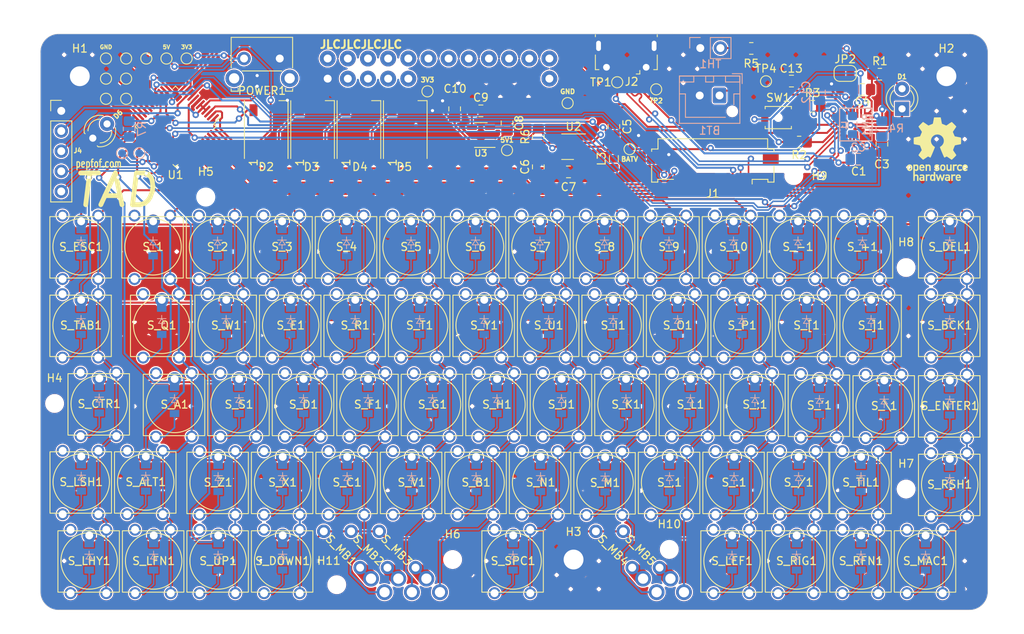
<source format=kicad_pcb>
(kicad_pcb (version 20211014) (generator pcbnew)
  (layers (0 "F.Cu" signal) (31 "B.Cu" signal) (34 "B.Paste" user) (35 "F.Paste" user) (36 "B.SilkS" user "B.Silkscreen") (37 "F.SilkS" user "F.Silkscreen") (38 "B.Mask" user) (39 "F.Mask" user) (44 "Edge.Cuts" user))
  (net 0 "")
  (net 1 "/U_1_col_11")
  (net 2 "/U_1_row_2")
  (net 3 "/U_1_col_12")
  (net 4 "/U_1_row_0")
  (net 5 "/U_1_col_9")
  (net 6 "/U_1_row_3")
  (net 7 "/U_1_col_10")
  (net 8 "/U_1_col_1")
  (net 9 "/U_1_col_2")
  (net 10 "/U_1_col_3")
  (net 11 "/U_1_col_4")
  (net 12 "/U_1_col_5")
  (net 13 "/U_1_col_6")
  (net 14 "/U_1_col_7")
  (net 15 "/U_1_col_8")
  (net 16 "/U_1_col_13")
  (net 17 "/U_1_row_1")
  (net 18 "/U_1_col_0")
  (net 19 "/U_1_row_4")
  (net 62 "unconnected-(S_MB1-Pad2)")
  (net 63 "unconnected-(S_MB2-Pad2)")
  (net 64 "unconnected-(S_MB3-Pad2)")
  (net 65 "unconnected-(S_MB4-Pad2)")
  (net 66 "unconnected-(S_MB5-Pad2)")
  (net 90 "USB_DP")
  (net 91 "USB_VBUS")
  (net 92 "Net-(BM1-Pad3)")
  (net 93 "Net-(BM1-Pad4)")
  (net 94 "GND_BOT")
  (net 95 "Net-(BM1-Pad8)")
  (net 96 "Net-(BM1-Pad9)")
  (net 97 "STM_MP_INT")
  (net 98 "Net-(BM1-Pad11)")
  (net 99 "Net-(BM1-Pad12)")
  (net 100 "/VREF_MP2723")
  (net 101 "SYS_OUT_VLOW")
  (net 102 "Net-(BM1-Pad17)")
  (net 103 "STM_MP_CE{slash}")
  (net 104 "Net-(BM1-Pad22)")
  (net 105 "STM_MP_OTG")
  (net 106 "Net-(BM1-Pad24)")
  (net 107 "Net-(D1-Pad2)")
  (net 108 "Net-(R5-Pad2)")
  (net 109 "Net-(D2-Pad4)")
  (net 110 "Net-(L3-Pad1)")
  (net 111 "Net-(TP8-Pad1)")
  (net 112 "Net-(TP9-Pad1)")
  (net 113 "Net-(TP10-Pad1)")
  (net 114 "Net-(TP11-Pad1)")
  (net 115 "Net-(TP12-Pad1)")
  (net 116 "Net-(TP13-Pad1)")
  (net 119 "Net-(TP14-Pad1)")
  (net 120 "Net-(TP15-Pad1)")
  (net 121 "STM_MP_N")
  (net 122 "STM_MP_P")
  (net 123 "USB_DN")
  (net 124 "STM_MAX_SKIPB")
  (net 125 "STM_MAX_ON")
  (net 126 "BOT_5V")
  (net 127 "Net-(C6-Pad2)")
  (net 128 "BOT_3.3V")
  (net 129 "Net-(D2-Pad2)")
  (net 130 "Net-(D4-Pad2)")
  (net 131 "Net-(D3-Pad2)")
  (net 133 "Net-(C9-Pad1)")
  (net 134 "STM_USART2-")
  (net 135 "STM_USART2+")
  (net 136 "STM_SW-")
  (net 137 "STM_SW+")
  (net 138 "STM_NRST")
  (net 139 "AGND")
  (net 140 "Net-(POWER1-Pad1)")
  (net 141 "USB_ID")
  (net 142 "Net-(U1-Pad17)")
  (net 143 "Net-(D6-Pad2)")
  (footprint "Capacitor_SMD:C_0805_2012Metric_Pad1.18x1.45mm_HandSolder" (layer "F.Cu") (at 93.218 106.2228 90)
    (fp_text reference "C8")
    (fp_text value "1μF")
  )
  (footprint "tad:SW_PUSH_8mm_silicone_diode" (layer "F.Cu") (at 132.588 141.836 -90)
    (fp_text reference "S_'1")
    (fp_text value "SW_Push_Diode-tad")
  )
  (footprint "tad:SW_PUSH_8mm_silicone_diode" (layer "F.Cu") (at 124.46 141.732 -90)
    (fp_text reference "S_;1")
    (fp_text value "SW_Push_Diode-tad")
  )
  (footprint "tad:SW_PUSH_8mm_silicone_diode" (layer "F.Cu") (at 149.006 141.912 -90)
    (fp_text reference "S_ENTER1")
    (fp_text value "SW_Push_Diode-tad")
  )
  (footprint "Connector_PinHeader_2.54mm:PinHeader_1x05_P2.54mm_Vertical" (layer "F.Cu") (at 37.0332 104.6988)
    (fp_text reference "J4")
    (fp_text value "Conn_01x05_Female")
  )
  (footprint "" (layer "F.Cu") (at 98.552 98.0948)
    (fp_text reference "")
    (fp_text value "")
  )
  (footprint "LED_SMD:LED_WS2812B_PLCC4_5.0x5.0mm_P3.2mm" (layer "F.Cu") (at 68.707 107.061 90)
    (fp_text reference "D3")
    (fp_text value "WS2812B")
  )
  (footprint "" (layer "F.Cu") (at 73.152 98.0948)
    (fp_text reference "")
    (fp_text value "")
  )
  (footprint "TestPoint:TestPoint_Pad_D1.0mm" (layer "F.Cu") (at 108.6612 109.5248)
    (fp_text reference "BATV")
    (fp_text value "TestPoint")
  )
  (footprint "tad:SW_PUSH_8mm_silicone_diode" (layer "F.Cu") (at 145.958 161.47 -90)
    (fp_text reference "S_MAC1")
    (fp_text value "SW_Push_Diode-tad")
  )
  (footprint "Connector_FFC-FPC:Molex_200528-0100_1x10-1MP_P1.00mm_Horizontal" (layer "F.Cu") (at 119.152 112.5148 180)
    (fp_text reference "J1")
    (fp_text value "Conn_01x10_Female")
  )
  (footprint "tad:SW_PUSH_8mm_silicone_diode" (layer "F.Cu") (at 114.716 131.752 -90)
    (fp_text reference "S_O1")
    (fp_text value "SW_Push_Diode-tad")
  )
  (footprint "tad:SW_PUSH_8mm_silicone_diode" (layer "F.Cu") (at 130.972 131.752 -90)
    (fp_text reference "S_[1")
    (fp_text value "SW_Push_Diode-tad")
  )
  (footprint "Package_QFP:LQFP-48_7x7mm_P0.5mm" (layer "F.Cu") (at 51.435 106.68 -135)
    (fp_text reference "U1")
    (fp_text value "stm32g030c8tx")
  )
  (footprint "MountingHole:MountingHole_2.1mm" (layer "F.Cu") (at 143.51 124.46)
    (fp_text reference "H8")
    (fp_text value "MountingHole")
  )
  (footprint "MountingHole:MountingHole_2.1mm" (layer "F.Cu") (at 86.36 161.29)
    (fp_text reference "H6")
    (fp_text value "MountingHole")
  )
  (footprint "tad:SW_PUSH_8mm_silicone_diode" (layer "F.Cu") (at 39.532 131.752 -90)
    (fp_text reference "S_TAB1")
    (fp_text value "SW_Push_Diode-tad")
  )
  (footprint "tad:SW_PUSH_8mm_silicone_diode" (layer "F.Cu") (at 105.5 121.846 -90)
    (fp_text reference "S_8")
    (fp_text value "SW_Push_Diode-tad")
  )
  (footprint "tad:SW_PUSH_8mm_silicone_diode" (layer "F.Cu") (at 138.012 121.846 -90)
    (fp_text reference "S_+1")
    (fp_text value "SW_Push_Diode-tad")
  )
  (footprint "tad:SW_PUSH_8mm_silicone_diode" (layer "F.Cu") (at 64.86 121.846 -90)
    (fp_text reference "S_3")
    (fp_text value "SW_Push_Diode-tad")
  )
  (footprint "tad:SW_PUSH_8mm_silicone_diode" (layer "F.Cu") (at 149.006 151.818 -90)
    (fp_text reference "S_RSH1")
    (fp_text value "SW_Push_Diode-tad")
  )
  (footprint "tad:SW_PUSH_8mm_silicone_diode" (layer "F.Cu") (at 64.932 151.564 -90)
    (fp_text reference "S_X1")
    (fp_text value "SW_Push_Diode-tad")
  )
  (footprint "TestPoint:TestPoint_Pad_D1.0mm" (layer "F.Cu") (at 125.857 100.965)
    (fp_text reference "TP4")
    (fp_text value "TestPoint")
  )
  (footprint "" (layer "F.Cu") (at 88.392 98.0948)
    (fp_text reference "")
    (fp_text value "")
  )
  (footprint "tad:SW_PUSH_8mm_silicone_diode" (layer "F.Cu") (at 106.588 131.752 -90)
    (fp_text reference "S_I1")
    (fp_text value "SW_Push_Diode-tad")
  )
  (footprint "tad:SW_PUSH_8mm_silicone_diode" (layer "F.Cu") (at 67.564 141.732 -90)
    (fp_text reference "S_D1")
    (fp_text value "SW_Push_Diode-tad")
  )
  (footprint "" (layer "F.Cu") (at 73.152 100.6348)
    (fp_text reference "")
    (fp_text value "")
  )
  (footprint "tad:SW_PUSH_8mm_silicone_diode" (layer "F.Cu") (at 41.818 141.658 -90)
    (fp_text reference "S_CTR1")
    (fp_text value "SW_Push_Diode-tad")
  )
  (footprint "tad:SW_PUSH_8mm_silicone_diode" (layer "F.Cu") (at 116.332 141.732 -90)
    (fp_text reference "S_L1")
    (fp_text value "SW_Push_Diode-tad")
  )
  (footprint "tad:SW_PUSH_8mm_silicone_diode" (layer "F.Cu") (at 100.076 141.732 -90)
    (fp_text reference "S_J1")
    (fp_text value "SW_Push_Diode-tad")
  )
  (footprint "" (layer "F.Cu") (at 96.012 98.0948)
    (fp_text reference "")
    (fp_text value "")
  )
  (footprint "tad:SW_PUSH_8mm_silicone_diode" (layer "F.Cu") (at 82.204 131.752 -90)
    (fp_text reference "S_T1")
    (fp_text value "SW_Push_Diode-tad")
  )
  (footprint "Resistor_SMD:R_0805_2012Metric_Pad1.20x1.40mm_HandSolder" (layer "F.Cu") (at 130.032 108.6348)
    (fp_text reference "R2")
    (fp_text value "40K")
  )
  (footprint "tad:SW_PUSH_8mm_silicone_diode" (layer "F.Cu") (at 56.732 121.854 -90)
    (fp_text reference "S_2")
    (fp_text value "SW_Push_Diode-tad")
  )
  (footprint "" (layer "F.Cu") (at 93.472 98.0948)
    (fp_text reference "")
    (fp_text value "")
  )
  (footprint "tad:SW_PUSH_8mm_silicone_diode" (layer "F.Cu") (at 93.98 161.47 -90)
    (fp_text reference "S_SPC1")
    (fp_text value "SW_Push_Diode-tad")
  )
  (footprint "tad:SW_PUSH_8mm_silicone_diode" (layer "F.Cu") (at 39.552 151.511 -90)
    (fp_text reference "S_LSH1")
    (fp_text value "SW_Push_Diode-tad")
  )
  (footprint "tad:SW_PUSH_8mm_silicone_diode" (layer "F.Cu") (at 137.83 161.47 -90)
    (fp_text reference "S_RFN1")
    (fp_text value "SW_Push_Diode-tad")
  )
  (footprint "tad:SW_PUSH_8mm_silicone_diode" (layer "F.Cu") (at 140.754 141.912 -90)
    (fp_text reference "S_\\1")
    (fp_text value "SW_Push_Diode-tad")
  )
  (footprint "tad:SW_PUSH_8mm_silicone_diode" (layer "F.Cu") (at 48.604 121.846 -90)
    (fp_text reference "S_1")
    (fp_text value "SW_Push_Diode-tad")
  )
  (footprint "MountingHole:MountingHole_2.1mm" (layer "F.Cu") (at 71.755 164.465)
    (fp_text reference "H11")
    (fp_text value "MountingHole")
  )
  (footprint "TestPoint:TestPoint_Pad_D1.0mm" (layer "F.Cu") (at 52.832 98.0948)
    (fp_text reference "3V3")
    (fp_text value "TestPoint")
  )
  (footprint "Package_TO_SOT_SMD:TSOT-23-5" (layer "F.Cu") (at 89.916 107.7468 180)
    (fp_text reference "U3")
    (fp_text value "LD3985G33R_TSOT23")
  )
  (footprint "Symbol:OSHW-Logo_7.5x8mm_SilkScreen" (layer "F.Cu") (at 147.447 109.5248)
    (fp_text reference "REF**" hide)
    (fp_text value "OSHW-Logo_7.5x8mm_SilkScreen" hide)
  )
  (footprint "tad:SW_PUSH_8mm_silicone_diode" (layer "F.Cu") (at 129.956 151.564 -90)
    (fp_text reference "S_/1")
    (fp_text value "SW_Push_Diode-tad")
  )
  (footprint "tad:SW_PUSH_8mm_silicone_diode" (layer "F.Cu") (at 97.372 121.846 -90)
    (fp_text reference "S_7")
    (fp_text value "SW_Push_Diode-tad")
  )
  (footprint "LED_SMD:LED_WS2812B_PLCC4_5.0x5.0mm_P3.2mm" (layer "F.Cu") (at 74.549 107.061 90)
    (fp_text reference "D4")
    (fp_text value "WS2812B")
  )
  (footprint "TestPoint:TestPoint_Pad_D1.0mm" (layer "F.Cu") (at 45.212 103.1748)
    (fp_text reference "TP14" hide)
    (fp_text value "TestPoint")
  )
  (footprint "Resistor_SMD:R_0805_2012Metric_Pad1.20x1.40mm_HandSolder" (layer "F.Cu") (at 124 96.8248 180)
    (fp_text reference "R5")
    (fp_text value "18")
  )
  (footprint "TestPoint:TestPoint_Pad_D1.0mm" (layer "F.Cu") (at 42.672 98.0948)
    (fp_text reference "GND")
    (fp_text value "TestPoint")
  )
  (footprint "tad:SW_PUSH_8mm_silicone_diode" (layer "F.Cu") (at 122.844 131.752 -90)
    (fp_text reference "S_P1")
    (fp_text value "SW_Push_Diode-tad")
  )
  (footprint "Button_Switch_THT:SW_Tactile_SKHH_Angled" (layer "F.Cu") (at 60.071 98.0948)
    (fp_text reference "POWER1")
    (fp_text value "SW_Push")
  )
  (footprint "Resistor_SMD:R_0805_2012Metric_Pad1.20x1.40mm_HandSolder" (layer "F.Cu") (at 140.208 100.076)
    (fp_text reference "R1")
    (fp_text value "1K")
  )
  (footprint "tad:SW_PUSH_8mm_silicone_diode" (layer "F.Cu") (at 129.884 121.846 -90)
    (fp_text reference "S_-1")
    (fp_text value "SW_Push_Diode-tad")
  )
  (footprint "tad:SW_PUSH_8mm_silicone_diode" (layer "F.Cu") (at 139.1 131.752 -90)
    (fp_text reference "S_]1")
    (fp_text value "SW_Push_Diode-tad")
  )
  (footprint "tad:SW_PUSH_off_board_diode" (layer "F.Cu") (at 75.836 160.02 -45)
    (fp_text reference "S_MB2")
    (fp_text value "SW_Push_Diode-tad")
  )
  (footprint "Capacitor_SMD:C_0805_2012Metric_Pad1.18x1.45mm_HandSolder" (layer "F.Cu") (at 106.68 106.68 -90)
    (fp_text reference "C5")
    (fp_text value "10μF")
  )
  (footprint "TestPoint:TestPoint_Pad_D1.0mm" (layer "F.Cu") (at 42.672 103.1748 180)
    (fp_text reference "TP15" hide)
    (fp_text value "TestPoint")
  )
  (footprint "TestPoint:TestPoint_Pad_D1.0mm" (layer "F.Cu") (at 45.212 100.6348)
    (fp_text reference "TP12" hide)
    (fp_text value "TestPoint")
  )
  (footprint "TestPoint:TestPoint_Pad_D1.0mm" (layer "F.Cu") (at 42.672 100.6348 180)
    (fp_text reference "TP13" hide)
    (fp_text value "TestPoint")
  )
  (footprint "TestPoint:TestPoint_Pad_D1.0mm" (layer "F.Cu") (at 107.10202 101.089063)
    (fp_text reference "TP1")
    (fp_text value "TestPoint")
  )
  (footprint "MountingHole:MountingHole_2.5mm_Pad" (layer "F.Cu") (at 148.59 100.33)
    (fp_text reference "H2")
    (fp_text value "MountingHole_Pad")
  )
  (footprint "tad:SW_PUSH_8mm_silicone_diode" (layer "F.Cu") (at 98.46 131.752 -90)
    (fp_text reference "S_U1")
    (fp_text value "SW_Push_Diode-tad")
  )
  (footprint "MountingHole:MountingHole_2.1mm" (layer "F.Cu") (at 36.195 141.605)
    (fp_text reference "H4")
    (fp_text value "MountingHole")
  )
  (footprint "Connector_USB:USB_Micro-B_Molex-105017-0001" (layer "F.Cu") (at 108.25 97.7375 180)
    (fp_text reference "J2")
    (fp_text value "USB_B_Micro")
  )
  (footprint "tad:SW_PUSH_8mm_silicone_diode" (layer "F.Cu") (at 129.702 161.47 -90)
    (fp_text reference "S_RIG1")
    (fp_text value "SW_Push_Diode-tad")
  )
  (footprint "tad:SW_PUSH_8mm_silicone_diode" (layer "F.Cu") (at 40.548 161.47 -90)
    (fp_text reference "S_LHY1")
    (fp_text value "SW_Push_Diode-tad")
  )
  (footprint "" (layer "F.Cu") (at 75.692 100.6348)
    (fp_text reference "")
    (fp_text value "")
  )
  (footprint "tad:SW_PUSH_8mm_silicone_diode" (layer "F.Cu") (at 121.828 151.564 -90)
    (fp_text reference "S_.1")
    (fp_text value "SW_Push_Diode-tad")
  )
  (footprint "" (layer "F.Cu") (at 98.552 100.6348)
    (fp_text reference "")
    (fp_text value "")
  )
  (footprint "" (layer "F.Cu") (at 78.232 98.0948)
    (fp_text reference "")
    (fp_text value "")
  )
  (footprint "tad:SW_PUSH_off_board_diode" (layer "F.Cu") (at 110.126 160.02 -45)
    (fp_text reference "S_MB5")
    (fp_text value "SW_Push_Diode-tad")
  )
  (footprint "tad:SW_PUSH_8mm_silicone_diode" (layer "F.Cu") (at 72.988 121.846 -90)
    (fp_text reference "S_4")
    (fp_text value "SW_Push_Diode-tad")
  )
  (footprint "tad:SW_PUSH_8mm_silicone_diode" (layer "F.Cu") (at 73.06 151.564 -90)
    (fp_text reference "S_C1")
    (fp_text value "SW_Push_Diode-tad")
  )
  (footprint "" (layer "F.Cu") (at 75.692 98.0948)
    (fp_text reference "")
    (fp_text value "")
  )
  (footprint "tad:SW_PUSH_8mm_silicone_diode" (layer "F.Cu") (at 137.83 151.564 -90)
    (fp_text reference "S_TIL1")
    (fp_text value "SW_Push_Diode-tad")
  )
  (footprint "TestPoint:TestPoint_Pad_D1.0mm" (layer "F.Cu") (at 50.292 98.0948)
    (fp_text reference "5V")
    (fp_text value "TestPoint")
  )
  (footprint "tad:SW_PUSH_8mm_silicone_diode" (layer "F.Cu") (at 91.948 141.732 -90)
    (fp_text reference "S_H1")
    (fp_text value "SW_Push_Diode-tad")
  )
  (footprint "Button_Switch_SMD:SW_SPST_B3U-1000P-B" (layer "F.Cu") (at 127.402 105.5448)
    (fp_text reference "SW1")
    (fp_text value "SW_Push")
  )
  (footprint "LED_SMD:LED_WS2812B_PLCC4_5.0x5.0mm_P3.2mm" (layer "F.Cu") (at 80.391 107.061 90)
    (fp_text reference "D5")
    (fp_text value "WS2812B")
  )
  (footprint "MountingHole:MountingHole_2.1mm" (layer "F.Cu") (at 143.51 152.4)
    (fp_text reference "H7")
    (fp_text value "MountingHole")
  )
  (footprint "Capacitor_SMD:C_0805_2012Metric_Pad1.18x1.45mm_HandSolder" (layer "F.Cu") (at 140.462 108.8898 90)
    (fp_text reference "C3")
    (fp_text value "470nF")
  )
  (footprint "TestPoint:TestPoint_Pad_D1.0mm" (layer "F.Cu") (at 45.212 98.0948)
    (fp_text reference "TP11" hide)
    (fp_text value "TestPoint")
  )
  (footprint "TestPoint:TestPoint_Pad_D1.0mm" (layer "F.Cu") (at 112.014 101.981 180)
    (fp_text reference "TP2")
    (fp_text value "TestPoint")
  )
  (footprint "" (layer "F.Cu") (at 83.312 98.0948)
    (fp_text reference "")
    (fp_text value "")
  )
  (footprint "MountingHole:MountingHole_2.1mm" (layer "F.Cu") (at 113.665 160.02)
    (fp_text reference "H10")
    (fp_text value "MountingHole")
  )
  (footprint "TestPoint:TestPoint_Pad_D1.0mm" (layer "F.Cu") (at 100.852 103.7148)
    (fp_text reference "GND")
    (fp_text value "TestPoint")
  )
  (footprint "LED_THT:LED_D3.0mm" (layer "F.Cu") (at 41.008439 108.140361 45)
    (fp_text reference "D6")
    (fp_text value "LED_Small")
  )
  (footprint "tad:SW_PUSH_8mm_silicone_diode" (layer "F.Cu") (at 108.204 141.732 -90)
    (fp_text reference "S_K1")
    (fp_text value "SW_Push_Diode-tad")
  )
  (footprint "Package_DFN_QFN:DFN-10-1EP_3x3mm_P0.5mm_EP1.7x2.5mm" (layer "F.Cu") (at 101.6 109.22 180)
    (fp_text reference "U2")
    (fp_text value "max8815a")
  )
  (footprint "" (layer "F.Cu") (at 80.772 100.6348)
    (fp_text reference "")
    (fp_text value "")
  )
  (footprint "MountingHole:MountingHole_2.5mm_Pad" (layer "F.Cu") (at 101.6 161.29)
    (fp_text reference "H3")
    (fp_text value "MountingHole_Pad")
  )
  (footprint "QFN-26:QFN-26" (layer "F.Cu") (at 137.167 106.426 90)
    (fp_text reference "BM1")
    (fp_text value "mp2723")
  )
  (footprint "MountingHole:MountingHole_2.1mm" (layer "F.Cu") (at 55.245 115.57)
    (fp_text reference "H5")
    (fp_text value "MountingHole")
  )
  (footprint "tad:SW_PUSH_8mm_silicone_diode" (layer "F.Cu") (at 64.932 161.47 -90)
    (fp_text reference "S_DOWN1")
    (fp_text value "SW_Push_Diode-tad")
  )
  (footprint "tad:SW_PUSH_8mm_silicone_diode" (layer "F.Cu") (at 51.308 141.732 -90)
    (fp_text reference "S_A1")
    (fp_text value "SW_Push_Diode-tad")
  )
  (footprint "tad:SW_PUSH_8mm_silicone_diode" (layer "F.Cu") (at 149.006 131.752 -90)
    (fp_text reference "S_BCK1")
    (fp_text value "SW_Push_Diode-tad")
  )
  (footprint "tad:SW_PUSH_off_board_diode" (layer "F.Cu") (at 79.375 160.02 -45)
    (fp_text reference "S_MB3")
    (fp_text value "SW_Push_Diode-tad")
  )
  (footprint "tad:SW_PUSH_8mm_silicone_diode" (layer "F.Cu") (at 121.756 121.846 -90)
    (fp_text reference "S_10")
    (fp_text value "SW_Push_Diode-tad")
  )
  (footprint "tad:SW_PUSH_8mm_silicone_diode" (layer "F.Cu") (at 149.006 121.846 -90)
    (fp_text reference "S_DEL1")
    (fp_text value "SW_Push_Diode-tad")
  )
  (footprint "tad:SW_PUSH_8mm_silicone_diode" (layer "F.Cu") (at 74.076 131.752 -90)
    (fp_text reference "S_R1")
    (fp_text value "SW_Push_Diode-tad")
  )
  (footprint "tad:SW_PUSH_8mm_silicone_diode" (layer "F.Cu") (at 89.316 151.564 -90)
    (fp_text reference "S_B1")
    (fp_text value "SW_Push_Diode-tad")
  )
  (footprint "tad:SW_PUSH_8mm_silicone_diode" (layer "F.Cu") (at 49.692 131.752 -90)
    (fp_text reference "S_Q1")
    (fp_text value "SW_Push_Diode-tad")
  )
  (footprint "tad:SW_PUSH_8mm_silicone_diode" (layer "F.Cu") (at 105.572 151.6125 -90)
    (fp_text reference "S_M1")
    (fp_text value "SW_Push_Diode-tad")
  )
  (footprint "Jumper:SolderJumper-2_P1.3mm_Open_RoundedPad1.0x1.5mm" (layer "F.Cu") (at 135.8392 99.9744)
    (fp_text reference "JP2")
    (fp_text value "JMP")
  )
  (footprint "TestPoint:TestPoint_Pad_D1.0mm" (layer "F.Cu") (at 83.185 102.235)
    (fp_text reference "3V3")
    (fp_text value "TestPoint")
  )
  (footprint "tad:SW_PUSH_off_board_diode" (layer "F.Cu") (at 106.68 160.02 -45)
    (fp_text reference "S_MB4")
    (fp_text value "SW_Push_Diode-tad")
  )
  (footprint "tad:SW_PUSH_8mm_silicone_diode" (layer "F.Cu") (at 121.574 161.47 -90)
    (fp_text reference "S_LEF1")
    (fp_text value "SW_Push_Diode-tad")
  )
  (footprint "Inductor_SMD:L_0805_2012Metric_Pad1.05x1.20mm_HandSolder" (layer "F.Cu") (at 106.68 110.744 90)
    (fp_text reference "L3")
    (fp_text value "1.0μH ")
  )
  (footprint "Capacitor_SMD:C_0805_2012Metric_Pad1.18x1.45mm_HandSolder" (layer "F.Cu") (at 137.5 110.7948)
    (fp_text reference "C1")
    (fp_text value "1μF")
  )
  (footprint "" (layer "F.Cu") (at 80.772 98.0948)
    (fp_text reference "")
    (fp_text value "")
  )
  (footprint "tad:SW_PUSH_8mm_silicone_diode" (layer "F.Cu") (at 39.532 121.846 -90)
    (fp_text reference "S_ESC1")
    (fp_text value "SW_Push_Diode-tad")
  )
  (footprint "tad:SW_PUSH_8mm_silicone_diode" (layer "F.Cu") (at 57.82 131.752 -90)
    (fp_text reference "S_W1")
    (fp_text value "SW_Push_Diode-tad")
  )
  (footprint "LED_SMD:LED_WS2812B_PLCC4_5.0x5.0mm_P3.2mm" (layer "F.Cu") (at 62.865 107.061 90)
    (fp_text reference "D2")
    (fp_text value "WS2812B")
  )
  (footprint "TestPoint:TestPoint_Pad_D1.0mm" (layer "F.Cu") (at 47.752 98.0948)
    (fp_text reference "TP8" hide)
    (fp_text value "TestPoint")
  )
  (footprint "Capacitor_SMD:C_0805_2012Metric_Pad1.18x1.45mm_HandSolder" (layer "F.Cu") (at 97.155 111.76 90)
    (fp_text reference "C6")
    (fp_text value "0.1μF")
  )
  (footprint "tad:SW_PUSH_8mm_silicone_diode" (layer "F.Cu") (at 81.188 151.564 -90)
    (fp_text reference "S_V1")
    (fp_text value "SW_Push_Diode-tad")
  )
  (footprint "Capacitor_SMD:C_0805_2012Metric_Pad1.18x1.45mm_HandSolder" (layer "F.Cu") (at 86.614 104.4448 90)
    (fp_text reference "C10")
    (fp_text value "1μF")
  )
  (footprint "" (layer "F.Cu") (at 90.932 98.0948)
    (fp_text reference "")
    (fp_text value "")
  )
  (footprint "" (layer "F.Cu") (at 70.612 100.6348)
    (fp_text reference "")
    (fp_text value "")
  )
  (footprint "LED_THT:LED_D3.0mm" (layer "F.Cu") (at 143.002 104.4448 90)
    (fp_text reference "D1")
    (fp_text value "LED_Small")
  )
  (footprint "Capacitor_SMD:C_0805_2012Metric_Pad1.18x1.45mm_HandSolder" (layer "F.Cu") (at 138 102)
    (fp_text reference "C4")
    (fp_text value "10μF")
  )
  (footprint "Capacitor_SMD:C_0805_2012Metric_Pad1.18x1.45mm_HandSolder" (layer "F.Cu") (at 129.0613 100.9396 180)
    (fp_text reference "C13")
    (fp_text value "22μF")
  )
  (footprint "tad:SW_PUSH_8mm_silicone_diode" (layer "F.Cu") (at 81.116 121.846 -90)
    (fp_text reference "S_5")
    (fp_text value "SW_Push_Diode-tad")
  )
  (footprint "Capacitor_SMD:C_0805_2012Metric_Pad1.18x1.45mm_HandSolder" (layer "F.Cu") (at 100.965 112.395)
    (fp_text reference "C7")
    (fp_text value "22μF")
  )
  (footprint "MountingHole:MountingHole_2.1mm" (layer "F.Cu") (at 129.352 112.8648)
    (fp_text reference "H9")
    (fp_text value "MountingHole")
  )
  (footprint "Resistor_SMD:R_0805_2012Metric_Pad1.20x1.40mm_HandSolder" (layer "F.Cu") (at 131.756438 104.125122 180)
    (fp_text reference "R3")
    (fp_text value "1K")
  )
  (footprint "tad:SW_PUSH_8mm_silicone_diode" (layer "F.Cu") (at 90.332 131.752 -90)
    (fp_text reference "S_Y1")
    (fp_text value "SW_Push_Diode-tad")
  )
  (footprint "tad:SW_PUSH_8mm_silicone_diode" (layer "F.Cu") (at 83.82 141.732 -90)
    (fp_text reference "S_G1")
    (fp_text value "SW_Push_Diode-tad")
  )
  (footprint "tad:SW_PUSH_8mm_silicone_diode" (layer "F.Cu") (at 97.444 151.564 -90)
    (fp_text reference "S_N1")
    (fp_text value "SW_Push_Diode-tad")
  )
  (footprint "tad:SW_PUSH_off_board_diode" (layer "F.Cu") (at 72.39 160.02 -45)
    (fp_text reference "S_MB1")
    (fp_text value "SW_Push_Diode-tad")
  )
  (footprint "" (layer "F.Cu") (at 78.232 100.6348)
    (fp_text reference "")
    (fp_text value "")
  )
  (footprint "tad:SW_PUSH_8mm_silicone_diode" (layer "F.Cu") (at 113.628 121.846 -90)
    (fp_text reference "S_9")
    (fp_text value "SW_Push_Diode-tad")
  )
  (footprint "Capacitor_SMD:C_0805_2012Metric_Pad1.18x1.45mm_HandSolder" (layer "F.Cu") (at 89.916 104.6988)
    (fp_text reference "C9")
    (fp_text value "10nF")
  )
  (footprint "" (layer "F.Cu") (at 70.612 98.0948)
    (fp_text reference "")
    (fp_text value "")
  )
  (footprint "tad:SW_PUSH_8mm_silicone_diode" (layer "F.Cu") (at 47.68 151.511 -90)
    (fp_text reference "S_ALT1")
    (fp_text value "SW_Push_Diode-tad")
  )
  (footprint "MountingHole:MountingHole_2.5mm_Pad" (layer "F.Cu") (at 39.37 100.33)
    (fp_text reference "H1")
    (fp_text value "MountingHole_Pad")
  )
  (footprint "tad:SW_PUSH_8mm_silicone_diode" (layer "F.Cu") (at 89.244 121.846 -90)
    (fp_text reference "S_6")
    (fp_text value "SW_Push_Diode-tad")
  )
  (footprint "TestPoint:TestPoint_Pad_D1.0mm" (layer "F.Cu") (at 93.218 109.6518)
    (fp_text reference "5V1")
    (fp_text value "TestPoint")
  )
  (footprint "tad:SW_PUSH_8mm_silicone_diode" (layer "F.Cu") (at 48.676 161.47 -90)
    (fp_text reference "S_LFN1")
    (fp_text value "SW_Push_Diode-tad")
  )
  (footprint "" (layer "F.Cu") (at 85.852 98.0948)
    (fp_text reference "")
    (fp_text value "")
  )
  (footprint "tad:SW_PUSH_8mm_silicone_diode" (layer "F.Cu") (at 59.436 141.732 -90)
    (fp_text reference "S_S1")
    (fp_text value "SW_Push_Diode-tad")
  )
  (footprint "tad:SW_PUSH_8mm_silicone_diode" (layer "F.Cu") (at 56.804 151.564 -90)
    (fp_text reference "S_Z1")
    (fp_text value "SW_Push_Diode-tad")
  )
  (footprint "tad:SW_PUSH_8mm_silicone_diode" (layer "F.Cu") (at 65.948 131.752 -90)
    (fp_text reference "S_E1")
    (fp_text value "SW_Push_Diode-tad")
  )
  (footprint "tad:SW_PUSH_8mm_silicone_diode" (layer "F.Cu") (at 56.804 161.47 -90)
    (fp_text reference "S_UP1")
    (fp_text value "SW_Push_Diode-tad")
  )
  (footprint "tad:SW_PUSH_8mm_silicone_diode" (layer "F.Cu") (at 113.7 151.564 -90)
    (fp_text reference "S_,1")
    (fp_text value "SW_Push_Diode-tad")
  )
  (footprint "Resistor_SMD:R_0805_2012Metric_Pad1.20x1.40mm_HandSolder" (layer "F.Cu") (at 97.155 107.95 90)
    (fp_text reference "R6")
    (fp_text value "100")
  )
  (footprint "tad:SW_PUSH_8mm_silicone_diode" (layer "F.Cu") (at 75.692 141.732 -90)
    (fp_text reference "S_F1")
    (fp_text value "SW_Push_Diode-tad")
  )
  (footprint "Connector_JST:JST_XH_B2B-XH-AM_1x02_P2.50mm_Vertical" (layer "B.Cu") (at 120 102.76 180)
    (fp_text reference "BT1")
    (fp_text value "Battery_Cell")
  )
  (footprint "Connector_PinHeader_2.54mm:PinHeader_1x02_P2.54mm_Vertical" (layer "B.Cu") (at 117.5716 96.774 -90)
    (fp_text reference "TH1")
    (fp_text value "22 3000K")
  )
  (footprint "TestPoint:TestPoint_Pad_D1.0mm" (layer "B.Cu") (at 46.863 110.0328)
    (fp_text reference "TP10" hide)
    (fp_text value "TestPoint")
  )
  (footprint "TestPoint:TestPoint_Pad_D1.0mm" (layer "B.Cu") (at 44.704 110.0328 180)
    (fp_text reference "TP9" hide)
    (fp_text value "TestPoint")
  )
  (footprint "Resistor_SMD:R_0805_2012Metric_Pad1.20x1.40mm_HandSolder" (layer "B.Cu") (at 45.593 106.9848 -90)
    (fp_text reference "R7")
    (fp_text value "1K")
  )
  (footprint "Resistor_SMD:R_0805_2012Metric_Pad1.20x1.40mm_HandSolder" (layer "B.Cu") (at 140.462 106.9848 -90)
    (fp_text reference "R4")
    (fp_text value "45")
  )
  (footprint "Capacitor_SMD:C_0805_2012Metric_Pad1.18x1.45mm_HandSolder" (layer "B.Cu") (at 137.5 110.7948 180)
    (fp_text reference "C2")
    (fp_text value "10μF")
  )
  (footprint "Capacitor_SMD:C_0805_2012Metric_Pad1.18x1.45mm_HandSolder" (layer "B.Cu") (at 132.588 102.3405 -90)
    (fp_text reference "C12")
    (fp_text value "22μF")
  )
  (footprint "Inductor_SMD:L_0805_2012Metric_Pad1.05x1.20mm_HandSolder" (layer "B.Cu") (at 136.75 106.5 -90)
    (fp_text reference "L1")
    (fp_text value "1.0μH ")
  )
  (gr_rect (start 139.2174 104.3686) (end 135.128 108.4834) (layer "B.SilkS") (width 0.15) (fill none))
  (gr_arc (start 151.384392 95.00304) (mid 153.082289 95.624722) (end 153.797196 97.28552) (layer "Edge.Cuts") (width 0.05))
  (gr_arc (start 36.83 167.64) (mid 35.132221 167.018193) (end 34.417196 165.35752) (layer "Edge.Cuts") (width 0.05))
  (gr_line (start 36.83 167.64) (end 151.511196 167.64352) (layer "Edge.Cuts") (width 0.05))
  (gr_arc (start 153.793676 165.230716) (mid 153.171869 166.928495) (end 151.511196 167.64352) (layer "Edge.Cuts") (width 0.05))
  (gr_line (start 153.793676 165.230716) (end 153.797196 97.28552) (layer "Edge.Cuts") (width 0.05))
  (gr_arc (start 34.420716 97.412324) (mid 35.042523 95.714545) (end 36.703196 94.99952) (layer "Edge.Cuts") (width 0.05))
  (gr_line (start 34.420716 97.412324) (end 34.417196 165.35752) (layer "Edge.Cuts") (width 0.05))
  (gr_line (start 151.384392 95.00304) (end 36.703196 94.99952) (layer "Edge.Cuts") (width 0.05))
  (gr_text "TAD" (at 43.852 114.7148) (layer "F.SilkS") (effects (font (size 4 4) (thickness 0.6) italic)))
  (gr_text "JLCJLCJLCJLC" (at 74.803 96.3168) (layer "F.SilkS") (effects (font (size 1 1) (thickness 0.25))))
  (gr_text "pepfof.com" (at 41.752 111.3346) (layer "F.SilkS") (effects (font (size 1 0.7))))
  (segment (start 113.705532 115.422332) (end 129.557332 115.422332) (width 0.25) (layer "F.Cu") (net 1))
  (segment (start 56.322876 107.678788) (end 61.492621 112.848533) (width 0.25) (layer "F.Cu") (net 1))
  (segment (start 129.557332 115.422332) (end 132.044 117.909) (width 0.25) (layer "F.Cu") (net 1))
  (segment (start 113.451531 115.168332) (end 113.705532 115.422332) (width 0.25) (layer "F.Cu") (net 1))
  (segment (start 61.492621 112.848533) (end 93.941422 112.848533) (width 0.25) (layer "F.Cu") (net 1))
  (segment (start 93.941422 112.848533) (end 96.261221 115.168332) (width 0.25) (layer "F.Cu") (net 1))
  (segment (start 96.261221 115.168332) (end 113.451531 115.168332) (width 0.25) (layer "F.Cu") (net 1))
  (segment (start 133.132 135.815) (end 134.748 137.431) (width 0.25) (layer "B.Cu") (net 1))
  (segment (start 133.132 127.815) (end 133.132 135.815) (width 0.25) (layer "B.Cu") (net 1))
  (segment (start 134.748 145.899) (end 134.748 137.899) (width 0.25) (layer "B.Cu") (net 1))
  (segment (start 132.044 117.909) (end 132.044 125.909) (width 0.25) (layer "B.Cu") (net 1))
  (segment (start 131.862 165.533) (end 131.862 157.533) (width 0.25) (layer "B.Cu") (net 1))
  (segment (start 132.116 155.627) (end 132.116 147.627) (width 0.25) (layer "B.Cu") (net 1))
  (segment (start 132.044 125.909) (end 133.132 126.997) (width 0.25) (layer "B.Cu") (net 1))
  (segment (start 133.132 126.997) (end 133.132 127.815) (width 0.25) (layer "B.Cu") (net 1))
  (segment (start 132.116 147.627) (end 133.844 145.899) (width 0.25) (layer "B.Cu") (net 1))
  (segment (start 133.844 145.899) (end 134.748 145.899) (width 0.25) (layer "B.Cu") (net 1))
  (segment (start 131.862 157.533) (end 131.862 155.881) (width 0.25) (layer "B.Cu") (net 1))
  (segment (start 42.2659 138.87) (end 50.9591 138.87) (width 0.25) (layer "F.Cu") (net 2))
  (segment (start 67.9881 138.921) (end 75.7045 138.921) (width 0.25) (layer "F.Cu") (net 2))
  (segment (start 46.900678 108.039322) (end 44.8564 110.0836) (width 0.25) (layer "F.Cu") (net 2))
  (segment (start 99.7271 138.87) (end 92.3219 138.87) (width 0.25) (layer "F.Cu") (net 2))
  (segment (start 46.900678 108.032342) (end 46.900678 108.039322) (width 0.25) (layer "F.Cu") (net 2))
  (segment (start 125.023 139.059) (end 124.4723 138.5092) (width 0.25) (layer "F.Cu") (net 2))
  (segment (start 75.7045 138.921) (end 83.4209 138.921) (width 0.25) (layer "F.Cu") (net 2))
  (segment (start 141.137 139.059) (end 133.136 139.059) (width 0.25) (layer "F.Cu") (net 2))
  (segment (start 124.111 138.87) (end 116.706 138.87) (width 0.25) (layer "F.Cu") (net 2))
  (segment (start 133.047 139.059) (end 125.023 139.059) (width 0.25) (layer "F.Cu") (net 2))
  (segment (start 107.855 138.87) (end 100.45 138.87) (width 0.25) (layer "F.Cu") (net 2))
  (segment (start 141.252 139.059) (end 148.648 139.059) (width 0.25) (layer "F.Cu") (net 2))
  (segment (start 84.1939 138.87) (end 91.5991 138.87) (width 0.25) (layer "F.Cu") (net 2))
  (segment (start 51.7321 138.921) (end 59.4485 138.921) (width 0.25) (layer "F.Cu") (net 2))
  (segment (start 59.4485 138.921) (end 67.1649 138.921) (width 0.25) (layer "F.Cu") (net 2))
  (segment (start 44.8564 110.0836) (end 41.8084 113.1316) (width 0.25) (layer "F.Cu") (net 2))
  (segment (start 115.983 138.87) (end 108.578 138.87) (width 0.25) (layer "F.Cu") (net 2))
  (via (at 41.8084 113.1316) (size 0.8) (drill 0.4) (layers "F.Cu" "B.Cu") (net 2))
  (segment (start 50.8915 138.938) (end 51.3205 138.509) (width 0.25) (layer "B.Cu") (net 2))
  (segment (start 48.662122 138.938) (end 50.8915 138.938) (width 0.25) (layer "B.Cu") (net 2))
  (segment (start 45.002511 135.278389) (end 48.662122 138.938) (width 0.25) (layer "B.Cu") (net 2))
  (segment (start 41.8084 113.1316) (end 45.002511 116.325711) (width 0.25) (layer "B.Cu") (net 2))
  (segment (start 45.002511 116.325711) (end 45.002511 135.278389) (width 0.25) (layer "B.Cu") (net 2))
  (segment (start 94.072252 112.399022) (end 61.877614 112.399022) (width 0.25) (layer "F.Cu") (net 3))
  (segment (start 61.877614 112.399022) (end 56.322876 106.844284) (width 0.25) (layer "F.Cu") (net 3))
  (segment (start 113.871014 115.022821) (end 113.617012 114.768821) (width 0.25) (layer "F.Cu") (net 3))
  (segment (start 96.44205 114.768821) (end 94.072252 112.399022) (width 0.25) (layer "F.Cu") (net 3))
  (segment (start 140.172 117.909) (end 137.285821 115.022821) (width 0.25) (layer "F.Cu") (net 3))
  (segment (start 113.617012 114.768821) (end 96.44205 114.768821) (width 0.25) (layer "F.Cu") (net 3))
  (segment (start 137.285821 115.022821) (end 113.871014 115.022821) (width 0.25) (layer "F.Cu") (net 3))
  (segment (start 56.322876 106.844284) (end 56.322876 105.681212) (width 0.25) (layer "F.Cu") (net 3))
  (segment (start 142.914 137.469) (end 141.26 135.815) (width 0.25) (layer "B.Cu") (net 3))
  (segment (start 142.914 137.975) (end 142.914 145.975) (width 0.25) (layer "B.Cu") (net 3))
  (segment (start 141.26 126.997) (end 140.172 125.909) (width 0.25) (layer "B.Cu") (net 3))
  (segment (start 140.172 117.909) (end 140.172 125.909) (width 0.25) (layer "B.Cu") (net 3))
  (segment (start 139.99 155.627) (end 139.99 157.533) (width 0.25) (layer "B.Cu") (net 3))
  (segment (start 139.99 165.533) (end 139.99 157.533) (width 0.25) (layer "B.Cu") (net 3))
  (segment (start 141.26 127.815) (end 141.26 126.997) (width 0.25) (layer "B.Cu") (net 3))
  (segment (start 141.262 147.627) (end 142.914 145.975) (width 0.25) (layer "B.Cu") (net 3))
  (segment (start 141.26 135.815) (end 141.26 127.815) (width 0.25) (layer "B.Cu") (net 3))
  (segment (start 139.99 147.627) (end 141.262 147.627) (width 0.25) (layer "B.Cu") (net 3))
  (segment (start 139.99 147.627) (end 139.99 155.627) (width 0.25) (layer "B.Cu") (net 3))
  (segment (start 97.402 118.992) (end 105.3522 118.992) (width 0.25) (layer "F.Cu") (net 4))
  (segment (start 40.233607 112.406289) (end 39.5445 113.095396) (width 0.25) (layer "F.Cu") (net 4))
  (segment (start 48.669 119.043) (end 57.2838 119.043) (width 0.25) (layer "F.Cu") (net 4))
  (segment (start 139.8158 118.984) (end 139.8162 118.9844) (width 0.25) (layer "F.Cu") (net 4))
  (segment (start 97.3845 118.9745) (end 97.402 118.992) (width 0.25) (layer "F.Cu") (net 4))
  (segment (start 129.8965 118.9237) (end 129.9568 118.984) (width 0.25) (layer "F.Cu") (net 4))
  (segment (start 81.5401 119.035) (end 88.8449 119.035) (width 0.25) (layer "F.Cu") (net 4))
  (segment (start 56.7445 118.631) (end 56.8718 118.631) (width 0.25) (layer "F.Cu") (net 4))
  (segment (start 39.5445 113.095396) (end 39.5445 118.623) (width 0.25) (layer "F.Cu") (net 4))
  (segment (start 122.13 118.984) (end 129.9568 118.984) (width 0.25) (layer "F.Cu") (net 4))
  (segment (start 129.8965 118.623) (end 129.8965 118.9237) (width 0.25) (layer "F.Cu") (net 4))
  (segment (start 97.3845 118.623) (end 97.3845 118.9745) (width 0.25) (layer "F.Cu") (net 4))
  (segment (start 148.6571 118.9844) (end 139.8162 118.9844) (width 0.25) (layer "F.Cu") (net 4))
  (segment (start 114.052 119.035) (end 121.357 119.035) (width 0.25) (layer "F.Cu") (net 4))
  (segment (start 57.2838 119.043) (end 64.4529 119.043) (width 0.25) (layer "F.Cu") (net 4))
  (segment (start 65.2339 118.984) (end 73.0005 118.984) (width 0.25) (layer "F.Cu") (net 4))
  (segment (start 56.8718 118.631) (end 57.2838 119.043) (width 0.25) (layer "F.Cu") (net 4))
  (segment (start 105.3522 118.992) (end 113.271 118.992) (width 0.25) (layer "F.Cu") (net 4))
  (segment (start 40.587508 112.406289) (end 40.233607 112.406289) (width 0.25) (layer "F.Cu") (net 4))
  (segment (start 129.9568 118.984) (end 139.8158 118.984) (width 0.25) (layer "F.Cu") (net 4))
  (segment (start 105.5125 118.8317) (end 105.3522 118.992) (width 0.25) (layer "F.Cu") (net 4))
  (segment (start 139.8162 118.9844) (end 138.3859 118.9844) (width 0.25) (layer "F.Cu") (net 4))
  (segment (start 89.6259 118.992) (end 97.402 118.992) (width 0.25) (layer "F.Cu") (net 4))
  (segment (start 105.5125 118.623) (end 105.5125 118.8317) (width 0.25) (layer "F.Cu") (net 4))
  (segment (start 46.547124 106.446673) (end 40.587508 112.406289) (width 0.25) (layer "F.Cu") (net 4))
  (segment (start 39.9116 118.99) (end 48.6165 118.99) (width 0.25) (layer "F.Cu") (net 4))
  (segment (start 73.0005 118.984) (end 80.7671 118.984) (width 0.25) (layer "F.Cu") (net 4))
  (segment (start 46.547124 105.681212) (end 46.547124 106.446673) (width 0.25) (layer "F.Cu") (net 4))
  (segment (start 114.72734 117.909) (end 115.788 117.909) (width 0.25) (layer "F.Cu") (net 5))
  (segment (start 55.615769 108.385895) (end 60.977424 113.74755) (width 0.25) (layer "F.Cu") (net 5))
  (segment (start 60.977424 113.74755) (end 93.569037 113.74755) (width 0.25) (layer "F.Cu") (net 5))
  (segment (start 112.815896 115.997556) (end 114.72734 117.909) (width 0.25) (layer "F.Cu") (net 5))
  (segment (start 93.569037 113.74755) (end 95.819043 115.997556) (width 0.25) (layer "F.Cu") (net 5))
  (segment (start 95.819043 115.997556) (end 112.815896 115.997556) (width 0.25) (layer "F.Cu") (net 5))
  (segment (start 115.86 147.627) (end 117.692 145.795) (width 0.25) (layer "B.Cu") (net 5))
  (segment (start 116.876 126.997) (end 116.876 127.815) (width 0.25) (layer "B.Cu") (net 5))
  (segment (start 115.514 165.408) (end 115.514 164.4798) (width 0.25) (layer "B.Cu") (net 5))
  (segment (start 115.514 164.4798) (end 115.5142 164.48) (width 0.25) (layer "B.Cu") (net 5))
  (segment (start 116.876 135.815) (end 116.876 127.815) (width 0.25) (layer "B.Cu") (net 5))
  (segment (start 115.5142 164.48) (end 115.5142 165.4082) (width 0.25) (layer "B.Cu") (net 5))
  (segment (start 115.514 164.4798) (end 115.514 155.973) (width 0.25) (layer "B.Cu") (net 5))
  (segment (start 117.692 145.795) (end 118.492 145.795) (width 0.25) (layer "B.Cu") (net 5))
  (segment (start 115.788 117.909) (end 115.788 125.909) (width 0.25) (layer "B.Cu") (net 5))
  (segment (start 118.492 145.795) (end 118.492 137.795) (width 0.25) (layer "B.Cu") (net 5))
  (segment (start 115.86 155.627) (end 115.86 147.627) (width 0.25) (layer "B.Cu") (net 5))
  (segment (start 115.788 125.909) (end 116.876 126.997) (width 0.25) (layer "B.Cu") (net 5))
  (segment (start 118.492 137.431) (end 116.876 135.815) (width 0.25) (layer "B.Cu") (net 5))
  (segment (start 97.4748 148.702) (end 109.637 148.702) (width 0.25) (layer "F.Cu") (net 6))
  (segment (start 44.196 111.444126) (end 44.196 113.0808) (width 0.25) (layer "F.Cu") (net 6))
  (segment (start 121.84 148.702) (end 114.074 148.702) (width 0.25) (layer "F.Cu") (net 6))
  (segment (start 109.69 148.755) (end 105.95 148.755) (width 0.25) (layer "F.Cu") (net 6))
  (segment (start 129.607 148.702) (end 121.84 148.702) (width 0.25) (layer "F.Cu") (net 6))
  (segment (start 138.47 148.969) (end 137.842 148.341) (width 0.25) (layer "F.Cu") (net 6))
  (segment (start 48.1571 148.753) (end 56.8165 148.753) (width 0.25) (layer "F.Cu") (net 6))
  (segment (start 89.4692 148.702) (end 85.202 148.702) (width 0.25) (layer "F.Cu") (net 6))
  (segment (start 89.3285 148.341) (end 89.3285 148.5613) (width 0.25) (layer "F.Cu") (net 6))
  (segment (start 89.3285 148.5613) (end 89.4692 148.702) (width 0.25) (layer "F.Cu") (net 6))
  (segment (start 47.254231 108.385895) (end 44.196 111.444126) (width 0.25) (layer "F.Cu") (net 6))
  (segment (start 73.0725 148.702) (end 80.7523 148.702) (width 0.25) (layer "F.Cu") (net 6))
  (segment (start 80.8391 148.702) (end 93.868 148.702) (width 0.25) (layer "F.Cu") (net 6))
  (segment (start 93.868 148.702) (end 89.4692 148.702) (width 0.25) (layer "F.Cu") (net 6))
  (segment (start 137.479 148.704) (end 130.332 148.704) (width 0.25) (layer "F.Cu") (net 6))
  (segment (start 56.8165 148.753) (end 64.5329 148.753) (width 0.25) (layer "F.Cu") (net 6))
  (segment (start 148.645 148.969) (end 138.47 148.969) (width 0.25) (layer "F.Cu") (net 6))
  (segment (start 97.4565 148.341) (end 97.4565 148.6837) (width 0.25) (layer "F.Cu") (net 6))
  (segment (start 97.4565 148.6837) (end 97.4748 148.702) (width 0.25) (layer "F.Cu") (net 6))
  (segment (start 109.637 148.702) (end 109.69 148.755) (width 0.25) (layer "F.Cu") (net 6))
  (segment (start 93.868 148.702) (end 97.4748 148.702) (width 0.25) (layer "F.Cu") (net 6))
  (segment (start 113.299 148.755) (end 109.69 148.755) (width 0.25) (layer "F.Cu") (net 6))
  (segment (start 47.307 148.674) (end 39.95 148.674) (width 0.25) (layer "F.Cu") (net 6))
  (segment (start 65.3059 148.702) (end 73.0725 148.702) (width 0.25) (layer "F.Cu") (net 6))
  (via (at 44.196 113.0808) (size 0.8) (drill 0.4) (layers "F.Cu" "B.Cu") (net 6))
  (segment (start 50.829011 135.302189) (end 50.4316 135.6996) (width 0.25) (layer "B.Cu") (net 6))
  (segment (start 49.739489 126.973689) (end 50.829011 128.063211) (width 0.25) (layer "B.Cu") (net 6))
  (segment (start 47.491989 116.376789) (end 47.491989 120.275967) (width 0.25) (layer "B.Cu") (net 6))
  (segment (start 52.4764 138.0746) (end 52.4764 140.105578) (width 0.25) (layer "B.Cu") (net 6))
  (segment (start 50.4316 136.0298) (end 52.4764 138.0746) (width 0.25) (layer "B.Cu") (net 6))
  (segment (start 47.6925 144.889478) (end 47.6925 148.288) (width 0.25) (layer "B.Cu") (net 6))
  (segment (start 50.829011 128.063211) (end 50.829011 135.302189) (width 0.25) (layer "B.Cu") (net 6))
  (segment (start 49.739489 122.523467) (end 49.739489 126.973689) (width 0.25) (layer "B.Cu") (net 6))
  (segment (start 50.4316 135.6996) (end 50.4316 136.0298) (width 0.25) (layer "B.Cu") (net 6))
  (segment (start 47.491989 120.275967) (end 49.739489 122.523467) (width 0.25) (layer "B.Cu") (net 6))
  (segment (start 52.4764 140.105578) (end 47.6925 144.889478) (width 0.25) (layer "B.Cu") (net 6))
  (segment (start 44.196 113.0808) (end 47.491989 116.376789) (width 0.25) (layer "B.Cu") (net 6))
  (segment (start 56.418 108.481) (end 55.9693 108.0323) (width 0.25) (layer "F.Cu") (net 7))
  (segment (start 96.025032 115.567844) (end 113.286049 115.567844) (width 0.25) (layer "F.Cu") (net 7))
  (segment (start 113.286049 115.567844) (end 113.54005 115.821843) (width 0.25) (layer "F.Cu") (net 7))
  (segment (start 55.969322 108.032342) (end 61.235024 113.298044) (width 0.25) (layer "F.Cu") (net 7))
  (segment (start 55.9693 108.032) (end 56.418 108.481) (width 0.25) (layer "F.Cu") (net 7))
  (segment (start 93.755232 113.298044) (end 96.025032 115.567844) (width 0.25) (layer "F.Cu") (net 7))
  (segment (start 61.235024 113.298044) (end 93.755232 113.298044) (width 0.25) (layer "F.Cu") (net 7))
  (segment (start 113.54005 115.821843) (end 121.828843 115.821843) (width 0.25) (layer "F.Cu") (net 7))
  (segment (start 121.828843 115.821843) (end 123.916 117.909) (width 0.25) (layer "F.Cu") (net 7))
  (segment (start 123.988 155.627) (end 123.988 147.627) (width 0.25) (layer "B.Cu") (net 7))
  (segment (start 123.916 125.909) (end 125.004 126.997) (width 0.25) (layer "B.Cu") (net 7))
  (segment (start 126.62 145.795) (end 126.62 137.795) (width 0.25) (layer "B.Cu") (net 7))
  (segment (start 125.004 127.815) (end 125.004 135.815) (width 0.25) (layer "B.Cu") (net 7))
  (segment (start 123.988 157.279) (end 123.988 155.627) (width 0.25) (layer "B.Cu") (net 7))
  (segment (start 123.734 165.533) (end 123.734 157.533) (width 0.25) (layer "B.Cu") (net 7))
  (segment (start 125.004 126.997) (end 125.004 127.815) (width 0.25) (layer "B.Cu") (net 7))
  (segment (start 123.988 147.627) (end 124.788 147.627) (width 0.25) (layer "B.Cu") (net 7))
  (segment (start 124.788 147.627) (end 126.62 145.795) (width 0.25) (layer "B.Cu") (net 7))
  (segment (start 125.004 135.815) (end 126.62 137.431) (width 0.25) (layer "B.Cu") (net 7))
  (segment (start 123.916 125.909) (end 123.916 117.909) (width 0.25) (layer "B.Cu") (net 7))
  (segment (start 50.764 117.909) (end 53.3588 115.314) (width 0.25) (layer "F.Cu") (net 8))
  (segment (start 53.3588 115.314) (end 53.3588 111.786) (width 0.25) (layer "F.Cu") (net 8))
  (segment (start 53.3588 111.786) (end 52.7874 111.2142) (width 0.25) (layer "F.Cu") (net 8))
  (segment (start 49.84 155.574) (end 49.84 147.574) (width 0.25) (layer "B.Cu") (net 8))
  (segment (start 53.468 137.431) (end 51.852 135.815) (width 0.25) (layer "B.Cu") (net 8))
  (segment (start 51.852 127.815) (end 51.852 126.997) (width 0.25) (layer "B.Cu") (net 8))
  (segment (start 50.836 157.533) (end 50.836 156.57) (width 0.25) (layer "B.Cu") (net 8))
  (segment (start 51.852 135.815) (end 51.852 127.815) (width 0.25) (layer "B.Cu") (net 8))
  (segment (start 50.836 165.533) (end 50.836 157.533) (width 0.25) (layer "B.Cu") (net 8))
  (segment (start 50.836 156.57) (end 49.84 155.574) (width 0.25) (layer "B.Cu") (net 8))
  (segment (start 50.764 117.909) (end 50.764 125.909) (width 0.25) (layer "B.Cu") (net 8))
  (segment (start 51.852 126.997) (end 50.764 125.909) (width 0.25) (layer "B.Cu") (net 8))
  (segment (start 49.84 147.574) (end 51.689 147.574) (width 0.25) (layer "B.Cu") (net 8))
  (segment (start 51.689 147.574) (end 53.468 145.795) (width 0.25) (layer "B.Cu") (net 8))
  (segment (start 53.468 145.795) (end 53.468 137.795) (width 0.25) (layer "B.Cu") (net 8))
  (segment (start 58.892 117.917) (end 58.892 116.612) (width 0.25) (layer "F.Cu") (net 9))
  (segment (start 58.892 116.612) (end 53.1409 110.861) (width 0.25) (layer "F.Cu") (net 9))
  (segment (start 59.98 127.005) (end 58.892 125.917) (width 0.25) (layer "B.Cu") (net 9))
  (segment (start 58.964 147.627) (end 58.964 155.627) (width 0.25) (layer "B.Cu") (net 9))
  (segment (start 58.892 117.917) (end 58.892 125.917) (width 0.25) (layer "B.Cu") (net 9))
  (segment (start 59.98 127.815) (end 59.98 127.005) (width 0.25) (layer "B.Cu") (net 9))
  (segment (start 59.764 147.627) (end 58.964 147.627) (width 0.25) (layer "B.Cu") (net 9))
  (segment (start 59.98 135.815) (end 59.98 127.815) (width 0.25) (layer "B.Cu") (net 9))
  (segment (start 58.964 155.627) (end 58.964 157.533) (width 0.25) (layer "B.Cu") (net 9))
  (segment (start 58.964 157.533) (end 58.964 165.533) (width 0.25) (layer "B.Cu") (net 9))
  (segment (start 61.596 145.795) (end 59.764 147.627) (width 0.25) (layer "B.Cu") (net 9))
  (segment (start 61.596 137.795) (end 61.596 145.795) (width 0.25) (layer "B.Cu") (net 9))
  (segment (start 59.98 136.179) (end 61.596 137.795) (width 0.25) (layer "B.Cu") (net 9))
  (segment (start 62.025511 116.8839) (end 62.074922 116.834489) (width 0.25) (layer "F.Cu") (net 10))
  (segment (start 65.945489 116.834489) (end 67.02 117.909) (width 0.25) (layer "F.Cu") (net 10))
  (segment (start 53.4944 110.5072) (end 59.8711 116.8839) (width 0.25) (layer "F.Cu") (net 10))
  (segment (start 59.8711 116.8839) (end 62.025511 116.8839) (width 0.25) (layer "F.Cu") (net 10))
  (segment (start 62.074922 116.834489) (end 65.945489 116.834489) (width 0.25) (layer "F.Cu") (net 10))
  (segment (start 68.924 145.795) (end 67.092 147.627) (width 0.25) (layer "B.Cu") (net 10))
  (segment (start 67.092 155.627) (end 67.092 147.627) (width 0.25) (layer "B.Cu") (net 10))
  (segment (start 68.108 127.815) (end 68.108 126.997) (width 0.25) (layer "B.Cu") (net 10))
  (segment (start 67.092 165.533) (end 67.092 157.533) (width 0.25) (layer "B.Cu") (net 10))
  (segment (start 68.108 126.997) (end 67.02 125.909) (width 0.25) (layer "B.Cu") (net 10))
  (segment (start 69.724 137.431) (end 68.108 135.815) (width 0.25) (layer "B.Cu") (net 10))
  (segment (start 67.092 157.533) (end 67.092 155.627) (width 0.25) (layer "B.Cu") (net 10))
  (segment (start 69.724 145.795) (end 69.724 137.795) (width 0.25) (layer "B.Cu") (net 10))
  (segment (start 68.108 135.815) (end 68.108 127.815) (width 0.25) (layer "B.Cu") (net 10))
  (segment (start 69.724 145.795) (end 68.924 145.795) (width 0.25) (layer "B.Cu") (net 10))
  (segment (start 67.02 117.909) (end 67.02 125.909) (width 0.25) (layer "B.Cu") (net 10))
  (segment (start 53.848002 110.153662) (end 60.079319 116.384979) (width 0.25) (layer "F.Cu") (net 11))
  (segment (start 73.623979 116.384979) (end 75.148 117.909) (width 0.25) (layer "F.Cu") (net 11))
  (segment (start 60.079319 116.384979) (end 73.623979 116.384979) (width 0.25) (layer "F.Cu") (net 11))
  (segment (start 76.236 126.997) (end 75.148 125.909) (width 0.25) (layer "B.Cu") (net 11))
  (segment (start 75.148 125.909) (end 75.148 117.909) (width 0.25) (layer "B.Cu") (net 11))
  (segment (start 77.852 137.795) (end 76.236 136.179) (width 0.25) (layer "B.Cu") (net 11))
  (segment (start 76.236 127.815) (end 76.236 126.997) (width 0.25) (layer "B.Cu") (net 11))
  (segment (start 75.22 159.682) (end 73.473 161.429) (width 0.25) (layer "B.Cu") (net 11))
  (segment (start 75.22 155.627) (end 75.22 159.682) (width 0.25) (layer "B.Cu") (net 11))
  (segment (start 76.236 135.815) (end 76.236 127.815) (width 0.25) (layer "B.Cu") (net 11))
  (segment (start 75.22 147.627) (end 76.02 147.627) (width 0.25) (layer "B.Cu") (net 11))
  (segment (start 75.8481 165.408) (end 77.778 165.408) (width 0.25) (layer "B.Cu") (net 11))
  (segment (start 73.473 163.033) (end 75.8481 165.408) (width 0.25) (layer "B.Cu") (net 11))
  (segment (start 75.22 147.627) (end 75.22 155.627) (width 0.25) (layer "B.Cu") (net 11))
  (segment (start 73.473 161.429) (end 73.473 163.033) (width 0.25) (layer "B.Cu") (net 11))
  (segment (start 77.852 145.795) (end 77.852 137.795) (width 0.25) (layer "B.Cu") (net 11))
  (segment (start 76.02 147.627) (end 77.852 145.795) (width 0.25) (layer "B.Cu") (net 11))
  (segment (start 54.201555 109.800109) (end 60.036107 115.634661) (width 0.25) (layer "F.Cu") (net 12))
  (segment (start 60.036107 115.634661) (end 81.001661 115.634661) (width 0.25) (layer "F.Cu") (net 12))
  (segment (start 81.001661 115.634661) (end 83.276 117.909) (width 0.25) (layer "F.Cu") (net 12))
  (segment (start 81.2242 165.408) (end 81.2242 163.534) (width 0.25) (layer "B.Cu") (net 12))
  (segment (start 83.348 147.627) (end 84.148 147.627) (width 0.25) (layer "B.Cu") (net 12))
  (segment (start 83.276 125.909) (end 84.364 126.997) (width 0.25) (layer "B.Cu") (net 12))
  (segment (start 84.364 135.815) (end 84.364 127.815) (width 0.25) (layer "B.Cu") (net 12))
  (segment (start 80.4591 162.769) (end 80.4591 158.516) (width 0.25) (layer "B.Cu") (net 12))
  (segment (start 81.2242 163.534) (end 80.4591 162.769) (width 0.25) (layer "B.Cu") (net 12))
  (segment (start 85.98 137.795) (end 84.364 136.179) (width 0.25) (layer "B.Cu") (net 12))
  (segment (start 84.148 147.627) (end 85.98 145.795) (width 0.25) (layer "B.Cu") (net 12))
  (segment (start 83.348 155.627) (end 83.348 147.627) (width 0.25) (layer "B.Cu") (net 12))
  (segment (start 83.276 117.909) (end 83.276 125.909) (width 0.25) (layer "B.Cu") (net 12))
  (segment (start 85.98 145.795) (end 85.98 137.795) (width 0.25) (layer "B.Cu") (net 12))
  (segment (start 80.4591 158.516) (end 83.348 155.627) (width 0.25) (layer "B.Cu") (net 12))
  (segment (start 84.364 126.997) (end 84.364 127.815) (width 0.25) (layer "B.Cu") (net 12))
  (segment (start 60.275893 115.167339) (end 88.662339 115.167339) (width 0.25) (layer "F.Cu") (net 13))
  (segment (start 54.555109 109.446555) (end 60.275893 115.167339) (width 0.25) (layer "F.Cu") (net 13))
  (segment (start 88.662339 115.167339) (end 91.404 117.909) (width 0.25) (layer "F.Cu") (net 13))
  (segment (start 84.7632 159.0768) (end 86.36 157.48) (width 0.25) (layer "B.Cu") (net 13))
  (segment (start 91.476 147.627) (end 92.276 147.627) (width 0.25) (layer "B.Cu") (net 13))
  (segment (start 94.108 145.795) (end 94.108 137.795) (width 0.25) (layer "B.Cu") (net 13))
  (segment (start 91.476 155.627) (end 91.476 147.627) (width 0.25) (layer "B.Cu") (net 13))
  (segment (start 92.492 135.815) (end 92.492 127.815) (width 0.25) (layer "B.Cu") (net 13))
  (segment (start 94.108 137.431) (end 92.492 135.815) (width 0.25) (layer "B.Cu") (net 13))
  (segment (start 92.492 126.997) (end 91.404 125.909) (width 0.25) (layer "B.Cu") (net 13))
  (segment (start 92.492 127.815) (end 92.492 126.997) (width 0.25) (layer "B.Cu") (net 13))
  (segment (start 84.7632 165.408) (end 84.7632 159.0768) (width 0.25) (layer "B.Cu") (net 13))
  (segment (start 86.36 157.48) (end 89.623 157.48) (width 0.25) (layer "B.Cu") (net 13))
  (segment (start 91.404 125.909) (end 91.404 117.909) (width 0.25) (layer "B.Cu") (net 13))
  (segment (start 89.623 157.48) (end 91.476 155.627) (width 0.25) (layer "B.Cu") (net 13))
  (segment (start 92.276 147.627) (end 94.108 145.795) (width 0.25) (layer "B.Cu") (net 13))
  (segment (start 98.51958 116.89658) (end 99.532 117.909) (width 0.25) (layer "F.Cu") (net 14))
  (segment (start 60.46223 114.64657) (end 93.196643 114.64657) (width 0.25) (layer "F.Cu") (net 14))
  (segment (start 54.908662 109.093002) (end 60.46223 114.64657) (width 0.25) (layer "F.Cu") (net 14))
  (segment (start 93.196643 114.64657) (end 95.446653 116.89658) (width 0.25) (layer "F.Cu") (net 14))
  (segment (start 95.446653 116.89658) (end 98.51958 116.89658) (width 0.25) (layer "F.Cu") (net 14))
  (segment (start 102.236 137.795) (end 102.236 145.795) (width 0.25) (layer "B.Cu") (net 14))
  (segment (start 100.62 135.815) (end 102.236 137.431) (width 0.25) (layer "B.Cu") (net 14))
  (segment (start 99.532 117.909) (end 99.532 125.909) (width 0.25) (layer "B.Cu") (net 14))
  (segment (start 100.404 147.627) (end 102.236 145.795) (width 0.25) (layer "B.Cu") (net 14))
  (segment (start 100.62 126.997) (end 100.62 127.815) (width 0.25) (layer "B.Cu") (net 14))
  (segment (start 99.604 155.627) (end 99.604 147.627) (width 0.25) (layer "B.Cu") (net 14))
  (segment (start 99.1272 147.15) (end 99.604 147.627) (width 0.25) (layer "B.Cu") (net 14))
  (segment (start 97.698 157.533) (end 99.604 155.627) (width 0.25) (layer "B.Cu") (net 14))
  (segment (start 96.14 157.533) (end 96.14 165.533) (width 0.25) (layer "B.Cu") (net 14))
  (segment (start 96.14 157.533) (end 97.698 157.533) (width 0.25) (layer "B.Cu") (net 14))
  (segment (start 99.604 147.627) (end 100.404 147.627) (width 0.25) (layer "B.Cu") (net 14))
  (segment (start 100.62 127.815) (end 100.62 135.815) (width 0.25) (layer "B.Cu") (net 14))
  (segment (start 99.532 125.909) (end 100.62 126.997) (width 0.25) (layer "B.Cu") (net 14))
  (segment (start 95.632856 116.44707) (end 95.882845 116.447068) (width 0.25) (layer "F.Cu") (net 15))
  (segment (start 60.719826 114.19706) (end 93.382846 114.19706) (width 0.25) (layer "F.Cu") (net 15))
  (segment (start 55.8077 109.2845) (end 55.8073 109.2845) (width 0.25) (layer "F.Cu") (net 15))
  (segment (start 55.2622 108.739) (end 55.8077 109.2845) (width 0.25) (layer "F.Cu") (net 15))
  (segment (start 55.262215 108.739449) (end 60.719826 114.19706) (width 0.25) (layer "F.Cu") (net 15))
  (segment (start 95.882845 116.447068) (end 106.198068 116.447068) (width 0.25) (layer "F.Cu") (net 15))
  (segment (start 55.8073 109.2845) (end 55.2622 108.7394) (width 0.25) (layer "F.Cu") (net 15))
  (segment (start 106.198068 116.447068) (end 107.66 117.909) (width 0.25) (layer "F.Cu") (net 15))
  (segment (start 93.382846 114.19706) (end 95.632856 116.44707) (width 0.25) (layer "F.Cu") (net 15))
  (segment (start 108.748 127.815) (end 108.748 126.997) (width 0.25) (layer "B.Cu") (net 15))
  (segment (start 108.503 163.487) (end 107.814 162.799) (width 0.25) (layer "B.Cu") (net 15))
  (segment (start 108.748 135.815) (end 108.748 127.815) (width 0.25) (layer "B.Cu") (net 15))
  (segment (start 107.814 160.37) (end 109.047 159.137) (width 0.25) (layer "B.Cu") (net 15))
  (segment (start 110.364 145.795) (end 109.612 145.795) (width 0.25) (layer "B.Cu") (net 15))
  (segment (start 108.748 126.997) (end 107.66 125.909) (width 0.25) (layer "B.Cu") (net 15))
  (segment (start 110.194 165.408) (end 108.503 163.717) (width 0.25) (layer "B.Cu") (net 15))
  (segment (start 109.047 159.137) (end 109.047 156.991) (width 0.25) (layer "B.Cu") (net 15))
  (segment (start 109.047 156.991) (end 107.732 155.676) (width 0.25) (layer "B.Cu") (net 15))
  (segment (start 109.612 145.795) (end 107.7322 147.6757) (width 0.25) (layer "B.Cu") (net 15))
  (segment (start 107.814 162.799) (end 107.814 160.37) (width 0.25) (layer "B.Cu") (net 15))
  (segment (start 110.364 137.795) (end 110.364 145.795) (width 0.25) (layer "B.Cu") (net 15))
  (segment (start 108.503 163.717) (end 108.503 163.487) (width 0.25) (layer "B.Cu") (net 15))
  (segment (start 107.732 147.676) (end 107.732 155.6755) (width 0.25) (layer "B.Cu") (net 15))
  (segment (start 112.068 165.408) (end 110.194 165.408) (width 0.25) (layer "B.Cu") (net 15))
  (segment (start 107.66 117.909) (end 107.66 125.909) (width 0.25) (layer "B.Cu") (net 15))
  (segment (start 110.364 137.431) (end 108.748 135.815) (width 0.25) (layer "B.Cu") (net 15))
  (segment (start 147.88031 114.62331) (end 151.166 117.909) (width 0.25) (layer "F.Cu") (net 16))
  (segment (start 94.187734 111.949511) (end 96.607534 114.369311) (width 0.25) (layer "F.Cu") (net 16))
  (segment (start 57.05049 105.813806) (end 57.05049 106.936194) (width 0.25) (layer "F.Cu") (net 16))
  (segment (start 96.9385 114.36931) (end 113.782494 114.36931) (width 0.25) (layer "F.Cu") (net 16))
  (segment (start 57.123027 104.758731) (end 57.30049 104.936194) (width 0.25) (layer "F.Cu") (net 16))
  (segment (start 57.05049 106.936194) (end 62.063807 111.949511) (width 0.25) (layer "F.Cu") (net 16))
  (segment (start 113.782494 114.36931) (end 114.036496 114.623311) (width 0.25) (layer "F.Cu") (net 16))
  (segment (start 62.063807 111.949511) (end 94.187734 111.949511) (width 0.25) (layer "F.Cu") (net 16))
  (segment (start 56.538249 104.758731) (end 57.123027 104.758731) (width 0.25) (layer "F.Cu") (net 16))
  (segment (start 57.30049 104.936194) (end 57.30049 105.563806) (width 0.25) (layer "F.Cu") (net 16))
  (segment (start 96.607534 114.369311) (end 96.9385 114.36931) (width 0.25) (layer "F.Cu") (net 16))
  (segment (start 114.367462 114.62331) (end 147.88031 114.62331) (width 0.25) (layer "F.Cu") (net 16))
  (segment (start 57.30049 105.563806) (end 57.05049 105.813806) (width 0.25) (layer "F.Cu") (net 16))
  (segment (start 55.969322 105.327658) (end 56.538249 104.758731) (width 0.25) (layer "F.Cu") (net 16))
  (segment (start 114.036496 114.623311) (end 114.367462 114.62331) (width 0.25) (layer "F.Cu") (net 16))
  (segment (start 151.166 117.909) (end 151.166 125.909) (width 0.25) (layer "B.Cu") (net 16))
  (segment (start 151.166 137.975) (end 151.166 145.975) (width 0.25) (layer "B.Cu") (net 16))
  (segment (start 151.166 147.881) (end 151.166 145.975) (width 0.25) (layer "B.Cu") (net 16))
  (segment (start 149.514 157.533) (end 151.166 155.881) (width 0.25) (layer "B.Cu") (net 16))
  (segment (start 151.166 125.909) (end 151.166 127.815) (width 0.25) (layer "B.Cu") (net 16))
  (segment (start 151.166 135.815) (end 151.166 137.975) (width 0.25) (layer "B.Cu") (net 16))
  (segment (start 151.166 127.815) (end 151.166 135.815) (width 0.25) (layer "B.Cu") (net 16))
  (segment (start 151.166 155.881) (end 151.166 147.881) (width 0.25) (layer "B.Cu") (net 16))
  (segment (start 148.118 165.533) (end 148.118 157.533) (width 0.25) (layer "B.Cu") (net 16))
  (segment (start 148.118 157.533) (end 149.514 157.533) (width 0.25) (layer "B.Cu") (net 16))
  (segment (start 90.3445 128.89) (end 98.1111 128.89) (width 0.25) (layer "F.Cu") (net 17))
  (segment (start 39.9059 128.89) (end 42.8132 128.89) (width 0.25) (layer "F.Cu") (net 17))
  (segment (start 42.8132 128.89) (end 49.3431 128.89) (width 0.25) (layer "F.Cu") (net 17))
  (segment (start 114.367 128.89) (end 122.495 128.89) (width 0.25) (layer "F.Cu") (net 17))
  (segment (start 58.2441 128.941) (end 65.9605 128.941) (width 0.25) (layer "F.Cu") (net 17))
  (segment (start 106.6005 128.8167) (end 106.5272 128.89) (width 0.25) (layer "F.Cu") (net 17))
  (segment (start 82.5779 128.89) (end 90.3445 128.89) (width 0.25) (layer "F.Cu") (net 17))
  (segment (start 123.218 128.89) (end 130.623 128.89) (width 0.25) (layer "F.Cu") (net 17))
  (segment (start 74.4909 128.931) (end 81.8141 128.931) (width 0.25) (layer "F.Cu") (net 17))
  (segment (start 46.547124 107.678788) (end 45.915012 107.678788) (width 0.25) (layer "F.Cu") (net 17))
  (segment (start 131.346 128.89) (end 138.751 128.89) (width 0.25) (layer "F.Cu") (net 17))
  (segment (start 50.0659 128.89) (end 57.4711 128.89) (width 0.25) (layer "F.Cu") (net 17))
  (segment (start 65.9605 128.941) (end 73.6769 128.941) (width 0.25) (layer "F.Cu") (net 17))
  (segment (start 106.5272 128.89) (end 114.28 128.89) (width 0.25) (layer "F.Cu") (net 17))
  (segment (start 139.474 128.89) (end 148.657 128.89) (width 0.25) (layer "F.Cu") (net 17))
  (segment (start 98.8339 128.89) (end 106.5272 128.89) (width 0.25) (layer "F.Cu") (net 17))
  (segment (start 106.6005 128.529) (end 106.6005 128.8167) (width 0.25) (layer "F.Cu") (net 17))
  (segment (start 45.915012 107.678788) (end 40.513 113.0808) (width 0.25) (layer "F.Cu") (net 17))
  (via (at 40.513 113.0808) (size 0.8) (drill 0.4) (layers "F.Cu" "B.Cu") (net 17))
  (segment (start 40.669011 125.472389) (end 39.5445 126.5969) (width 0.25) (layer "B.Cu") (net 17))
  (segment (start 39.5445 126.5969) (end 39.5445 128.529) (width 0.25) (layer "B.Cu") (net 17))
  (segment (start 40.669011 118.157211) (end 40.669011 125.472389) (width 0.25) (layer "B.Cu") (net 17))
  (segment (start 40.513 118.0012) (end 40.669011 118.157211) (width 0.25) (layer "B.Cu") (net 17))
  (segment (start 40.513 113.0808) (end 40.513 118.0012) (width 0.25) (layer "B.Cu") (net 17))
  (segment (start 41.692 117.909) (end 44.8899 114.711) (width 0.25) (layer "F.Cu") (net 18))
  (segment (start 44.8899 114.711) (end 50.1246 114.711) (width 0.25) (layer "F.Cu") (net 18))
  (segment (start 50.1246 114.711) (end 52.4338 112.402) (width 0.25) (layer "F.Cu") (net 18))
  (segment (start 52.4338 112.402) (end 52.4338 111.568) (width 0.25) (layer "F.Cu") (net 18))
  (segment (start 42.708 165.533) (end 42.708 157.533) (width 0.25) (layer "B.Cu") (net 18))
  (segment (start 43.565 145.721) (end 41.712 147.574) (width 0.25) (layer "B.Cu") (net 18))
  (segment (start 41.692 125.909) (end 41.692 127.815) (width 0.25) (layer "B.Cu") (net 18))
  (segment (start 43.978 137.721) (end 42.072 135.815) (width 0.25) (layer "B.Cu") (net 18))
  (segment (start 41.712 147.574) (end 41.712 155.574) (width 0.25) (layer "B.Cu") (net 18))
  (segment (start 41.712 155.574) (end 42.708 156.57) (width 0.25) (layer "B.Cu") (net 18))
  (segment (start 41.692 127.815) (end 41.692 135.815) (width 0.25) (layer "B.Cu") (net 18))
  (segment (start 42.708 156.57) (end 42.708 157.533) (width 0.25) (layer "B.Cu") (net 18))
  (segment (start 43.978 137.721) (end 43.978 145.721) (width 0.25) (layer "B.Cu") (net 18))
  (segment (start 41.692 117.909) (end 41.692 125.909) (width 0.25) (layer "B.Cu") (net 18))
  (segment (start 96.513878 158.608) (end 97.389722 157.732156) (width 0.25) (layer "F.Cu") (net 19))
  (segment (start 48.6885 158.659) (end 56.4049 158.659) (width 0.25) (layer "F.Cu") (net 19))
  (segment (start 93.9925 158.5343) (end 93.9188 158.608) (width 0.25) (layer "F.Cu") (net 19))
  (segment (start 130.076 158.608) (end 137.842 158.608) (width 0.25) (layer "F.Cu") (net 19))
  (segment (start 93.9925 158.247) (end 93.9925 158.5343) (width 0.25) (layer "F.Cu") (net 19))
  (segment (start 73.5658 157.732) (end 70.1198 157.732) (width 0.25) (layer "F.Cu") (net 19))
  (segment (start 108.752 158.629) (end 121.205 158.629) (width 0.25) (layer "F.Cu") (net 19))
  (segment (start 46.593305 112.840637) (end 46.708534 112.955866) (width 0.25) (layer "F.Cu") (net 19))
  (segment (start 77.1049 157.7321) (end 77.9811 158.608) (width 0.25) (layer "F.Cu") (net 19))
  (segment (start 69.2427 158.609) (end 65.3068 158.609) (width 0.25) (layer "F.Cu") (net 19))
  (segment (start 77.9811 158.608) (end 93.9188 158.608) (width 0.25) (layer "F.Cu") (net 19))
  (segment (start 77.1048 157.732) (end 73.5658 157.732) (width 0.25) (layer "F.Cu") (net 19))
  (segment (start 93.9188 158.608) (end 96.513878 158.608) (width 0.25) (layer "F.Cu") (net 19))
  (segment (start 47.607785 108.739449) (end 46.593305 109.753929) (width 0.25) (layer "F.Cu") (net 19))
  (segment (start 97.389722 157.732156) (end 104.409834 157.732156) (width 0.25) (layer "F.Cu") (net 19))
  (segment (start 121.998 158.659) (end 129.303 158.659) (width 0.25) (layer "F.Cu") (net 19))
  (segment (start 70.1197 157.7321) (end 69.2427 158.609) (width 0.25) (layer "F.Cu") (net 19))
  (segment (start 104.41 157.732) (end 107.856 157.732) (width 0.25) (layer "F.Cu") (net 19))
  (segment (start 137.842 158.608) (end 145.609 158.608) (width 0.25) (layer "F.Cu") (net 19))
  (segment (start 40.9721 158.659) (end 48.6885 158.659) (width 0.25) (layer "F.Cu") (net 19))
  (segment (start 46.593305 109.753929) (end 46.593305 112.840637) (width 0.25) (layer "F.Cu") (net 19))
  (segment (start 64.5831 158.608) (end 57.1779 158.608) (width 0.25) (layer "F.Cu") (net 19))
  (segment (start 107.856 157.732) (end 108.752 158.629) (width 0.25) (layer "F.Cu") (net 19))
  (via (at 46.708534 112.955866) (size 0.8) (drill 0.4) (layers "F.Cu" "B.Cu") (net 19))
  (segment (start 53.439489 155.196111) (end 55.691989 152.943611) (width 0.25) (layer "B.Cu") (net 19))
  (segment (start 48.107611 114.390301) (end 46.708534 112.991224) (width 0.25) (layer "B.Cu") (net 19))
  (segment (start 56.8165 158.247) (end 55.9665 159.097) (width 0.25) (layer "B.Cu") (net 19))
  (segment (start 55.691989 138.570111) (end 53.367489 136.245611) (width 0.25) (layer "B.Cu") (net 19))
  (segment (start 48.694179 114.390301) (end 48.107611 114.390301) (width 0.25) (layer "B.Cu") (net 19))
  (segment (start 55.691989 152.943611) (end 55.691989 138.570111) (width 0.25) (layer "B.Cu") (net 19))
  (segment (start 53.439489 158.189089) (end 53.439489 155.196111) (width 0.25) (layer "B.Cu") (net 19))
  (segment (start 53.367489 136.245611) (end 53.367489 119.063611) (width 0.25) (layer "B.Cu") (net 19))
  (segment (start 46.708534 112.991224) (end 46.708534 112.955866) (width 0.25) (layer "B.Cu") (net 19))
  (segment (start 53.367489 119.063611) (end 48.694179 114.390301) (width 0.25) (layer "B.Cu") (net 19))
  (segment (start 54.3474 159.097) (end 53.439489 158.189089) (width 0.25) (layer "B.Cu") (net 19))
  (segment (start 55.9665 159.097) (end 54.3474 159.097) (width 0.25) (layer "B.Cu") (net 19))
  (segment (start 74.6998 162.312) (end 76.0719 163.684) (width 0.25) (layer "B.Cu") (net 62))
  (segment (start 78.1458 162.312) (end 79.5179 163.684) (width 0.25) (layer "B.Cu") (net 63))
  (segment (start 83.0569 163.702) (end 81.6848 162.33) (width 0.25) (layer "B.Cu") (net 64))
  (segment (start 108.99 162.312) (end 110.362 163.684) (width 0.25) (layer "B.Cu") (net 65))
  (segment (start 112.436 162.312) (end 113.808 163.684) (width 0.25) (layer "B.Cu") (net 66))
  (segment (start 131.064 111.7995) (end 135.0875 107.776) (width 0.2) (layer "F.Cu") (net 90))
  (segment (start 111.134768 105.356967) (end 108.35 102.572199) (width 0.2) (layer "F.Cu") (net 90))
  (segment (start 108.35 102.572199) (end 108.35 100.312501) (width 0.2) (layer "F.Cu") (net 90))
  (segment (start 111.134768 105.781232) (end 111.134768 105.356967) (width 0.2) (layer "F.Cu") (net 90))
  (segment (start 108.35 100.312501) (end 108.25 100.212501) (width 0.2) (layer "F.Cu") (net 90))
  (segment (start 108.25 100.212501) (end 108.25 99.2) (width 0.2) (layer "F.Cu") (net 90))
  (segment (start 122.652 111.8848) (end 122.652 113.4248) (width 0.2) (layer "F.Cu") (net 90))
  (segment (start 135.0875 107.776) (end 135.6295 107.776) (width 0.2) (layer "F.Cu") (net 90))
  (via (at 122.652 111.8848) (size 0.8) (drill 0.4) (layers "F.Cu" "B.Cu") (net 90))
  (via (at 131.064 111.7995) (size 0.8) (drill 0.4) (layers "F.Cu" "B.Cu") (net 90))
  (via (at 111.134768 105.781232) (size 0.8) (drill 0.4) (layers "F.Cu" "B.Cu") (net 90))
  (segment (start 122.547299 111.499501) (end 130.764001 111.499501) (width 0.2) (layer "B.Cu") (net 90))
  (segment (start 111.57807 105.781232) (end 117.296339 111.499501) (width 0.2) (layer "B.Cu") (net 90))
  (segment (start 117.296339 111.499501) (end 122.547299 111.499501) (width 0.2) (layer "B.Cu") (net 90))
  (segment (start 111.134768 105.781232) (end 111.57807 105.781232) (width 0.2) (layer "B.Cu") (net 90))
  (segment (start 122.547299 111.780099) (end 122.652 111.8848) (width 0.2) (layer "B.Cu") (net 90))
  (segment (start 122.547299 111.499501) (end 122.547299 111.780099) (width 0.2) (layer "B.Cu") (net 90))
  (segment (start 130.764001 111.499501) (end 131.064 111.7995) (width 0.2) (layer "B.Cu") (net 90))
  (segment (start 109.55 101.513268) (end 111.015866 102.979134) (width 0.25) (layer "F.Cu") (net 91))
  (segment (start 136.4674 107.9006) (end 136.4674 108.8626) (width 0.25) (layer "F.Cu") (net 91))
  (segment (start 136.4674 108.8626) (end 136.2546 109.0754) (width 0.25) (layer "F.Cu") (net 91))
  (segment (start 111.015866 102.979134) (end 113.918366 105.881634) (width 0.25) (layer "F.Cu") (net 91))
  (segment (start 136.035135 111.222165) (end 136.4625 110.7948) (width 0.25) (layer "F.Cu") (net 91))
  (segment (start 111.015866 102.979134) (end 112.014 101.981) (width 0.25) (layer "F.Cu") (net 91))
  (segment (start 134.997567 111.222165) (end 136.035135 111.222165) (width 0.25) (layer "F.Cu") (net 91))
  (segment (start 109.55 99.2) (end 109.55 101.513268) (width 0.25) (layer "F.Cu") (net 91))
  (segment (start 136.2546 109.0754) (end 136.2546 111.7921) (width 0.25) (layer "F.Cu") (net 91))
  (via (at 134.997567 111.222165) (size 0.8) (drill 0.4) (layers "F.Cu" "B.Cu") (net 91))
  (via (at 113.918366 105.881634) (size 0.8) (drill 0.4) (layers "F.Cu" "B.Cu") (net 91))
  (segment (start 132.247214 110.451695) (end 131.852102 110.056583) (width 0.25) (layer "B.Cu") (net 91))
  (segment (start 118.093315 110.056583) (end 113.918366 105.881634) (width 0.25) (layer "B.Cu") (net 91))
  (segment (start 131.852102 110.056583) (end 118.093315 110.056583) (width 0.25) (layer "B.Cu") (net 91))
  (segment (start 134.227097 110.451695) (end 132.247214 110.451695) (width 0.25) (layer "B.Cu") (net 91))
  (segment (start 134.997567 111.222165) (end 134.227097 110.451695) (width 0.25) (layer "B.Cu") (net 91))
  (segment (start 137 109.4007) (end 136.942 109.3427) (width 0.25) (layer "F.Cu") (net 92))
  (segment (start 136.942 109.3427) (end 136.942 107.876) (width 0.25) (layer "F.Cu") (net 92))
  (segment (start 137 109.5248) (end 137 109.4007) (width 0.25) (layer "F.Cu") (net 92))
  (via (at 137 109.5248) (size 0.8) (drill 0.4) (layers "F.Cu" "B.Cu") (net 92))
  (segment (start 137 109.5248) (end 136.4625 110.0623) (width 0.25) (layer "B.Cu") (net 92))
  (segment (start 136.4625 110.0623) (end 136.4625 110.7948) (width 0.25) (layer "B.Cu") (net 92))
  (segment (start 138.554725 109.034903) (end 139.447122 109.9273) (width 0.25) (layer "F.Cu") (net 93))
  (segment (start 138.266511 108.750511) (end 137.467489 108.750511) (width 0.25) (layer "F.Cu") (net 93))
  (segment (start 139.447122 109.9273) (end 140.462 109.9273) (width 0.25) (layer "F.Cu") (net 93))
  (segment (start 138.550903 109.034903) (end 138.266511 108.750511) (width 0.25) (layer "F.Cu") (net 93))
  (segment (start 137.392 108.675022) (end 137.392 107.876) (width 0.25) (layer "F.Cu") (net 93))
  (segment (start 137.467489 108.750511) (end 137.392 108.675022) (width 0.25) (layer "F.Cu") (net 93))
  (segment (start 138.554725 109.034903) (end 138.550903 109.034903) (width 0.25) (layer "F.Cu") (net 93))
  (via (at 138.554725 109.034903) (size 0.8) (drill 0.4) (layers "F.Cu" "B.Cu") (net 93))
  (segment (start 138.134903 109.034903) (end 136.75 107.65) (width 0.25) (layer "B.Cu") (net 93))
  (segment (start 138.554725 109.034903) (end 138.134903 109.034903) (width 0.25) (layer "B.Cu") (net 93))
  (segment (start 103.0625 108.22) (end 104.629739 106.652761) (width 0.25) (layer "F.Cu") (net 94))
  (segment (start 58.331484 102.97849) (end 60.19111 102.97849) (width 0.25) (layer "F.Cu") (net 94))
  (segment (start 111.15 96.5) (end 111.75 96.5) (width 0.25) (layer "F.Cu") (net 94))
  (segment (start 137.942 107.776) (end 137.842 107.876) (width 0.25) (layer "F.Cu") (net 94))
  (segment (start 97.75202 113.39452) (end 101.00298 113.39452) (width 0.25) (layer "F.Cu") (net 94))
  (segment (start 138.7045 107.776) (end 137.942 107.776) (width 0.25) (layer "F.Cu") (net 94))
  (segment (start 64.465 104.426811) (end 65.532 103.359811) (width 0.25) (layer "F.Cu") (net 94))
  (segment (start 141.148784 110.7948) (end 138.5375 110.7948) (width 0.25) (layer "F.Cu") (net 94))
  (segment (start 113.602 110.2148) (end 113.792451 110.2148) (width 0.25) (layer "F.Cu") (net 94))
  (segment (start 139.8557 108.9272) (end 141.016184 108.9272) (width 0.25) (layer "F.Cu") (net 94))
  (segment (start 104.629739 106.652761) (end 104.629739 106.507877) (width 0.25) (layer "F.Cu") (net 94))
  (segment (start 141.46152 110.482064) (end 141.148784 110.7948) (width 0.25) (layer "F.Cu") (net 94))
  (segment (start 61.5442 101.6254) (end 61.595 101.5746) (width 0.25) (layer "F.Cu") (net 94))
  (segment (start 92.7315 104.6988) (end 90.9535 104.6988) (width 0.25) (layer "F.Cu") (net 94))
  (segment (start 101.6 111.9925) (end 102.0025 112.395) (width 0.25) (layer "F.Cu") (net 94))
  (segment (start 85.09 103.4288) (end 85.1115 103.4073) (width 0.25) (layer "F.Cu") (net 94))
  (segment (start 61.701011 101.5746) (end 61.722 101.595589) (width 0.25) (layer "F.Cu") (net 94))
  (segment (start 61.722 100.246589) (end 62.419211 100.246589) (width 0.25) (layer "F.Cu") (net 94))
  (segment (start 105.495116 105.6425) (end 106.68 105.6425) (width 0.25) (layer "F.Cu") (net 94))
  (segment (start 105.35 96.5) (end 104.75 96.5) (width 0.25) (layer "F.Cu") (net 94))
  (segment (start 141.016184 108.9272) (end 141.46152 109.372536) (width 0.25) (layer "F.Cu") (net 94))
  (segment (start 54.782956 102.97849) (end 58.331484 102.97849) (width 0.25) (layer "F.Cu") (net 94))
  (segment (start 118.652 113.4248) (end 117.652 113.4248) (width 0.25) (layer "F.Cu") (net 94))
  (segment (start 64.465 104.611) (end 64.465 104.426811) (width 0.25) (layer "F.Cu") (net 94))
  (segment (start 54.201555 103.559891) (end 54.782956 102.97849) (width 0.25) (layer "F.Cu") (net 94))
  (segment (start 113.792451 110.2148) (end 116.652 113.074349) (width 0.25) (layer "F.Cu") (net 94))
  (segment (start 101.6 109.22) (end 102.6 108.22) (width 0.25) (layer "F.Cu") (net 94))
  (segment (start 61.595 101.5746) (end 61.6966 101.5746) (width 0.25) (layer "F.Cu") (net 94))
  (segment (start 138.7045 107.776) (end 139.8557 108.9272) (width 0.25) (layer "F.Cu") (net 94))
  (segment (start 102.6 108.22) (end 103.0625 108.22) (width 0.25) (layer "F.Cu") (net 94))
  (segment (start 60.19111 102.97849) (end 61.5442 101.6254) (width 0.25) (layer "F.Cu") (net 94))
  (segment (start 85.1115 103.4073) (end 86.614 103.4073) (width 0.25) (layer "F.Cu") (net 94))
  (segment (start 110.75 99.2) (end 110.75 96.9) (width 0.25) (layer "F.Cu") (net 94))
  (segment (start 101.6 109.22) (end 101.6 111.9925) (width 0.25) (layer "F.Cu") (net 94))
  (segment (start 105.75 99.2) (end 105.75 96.9) (width 0.25) (layer "F.Cu") (net 94))
  (segment (start 61.6966 101.5746) (end 61.701011 101.5746) (width 0.25) (layer "F.Cu") (net 94))
  (segment (start 89.662 103.4073) (end 86.614 103.4073) (width 0.25) (layer "F.Cu") (net 94))
  (segment (start 107.25 96.5) (end 105.35 96.5) (width 0.25) (layer "F.Cu") (net 94))
  (segment (start 83.82 104.664989) (end 83.766011 104.611) (width 0.25) (layer "F.Cu") (net 94))
  (segment (start 90.9535 104.6988) (end 89.662 103.4073) (width 0.25) (layer "F.Cu") (net 94))
  (segment (start 62.419211 100.246589) (end 64.571 98.0948) (width 0.25) (layer "F.Cu") (net 94))
  (segment (start 97.155 112.7975) (end 97.75202 113.39452) (width 0.25) (layer "F.Cu") (net 94))
  (segment (start 118.618 113.434) (end 118.628 113.444) (width 0.2) (layer "F.Cu") (net 94))
  (segment (start 106.95 99.2) (end 105.75 99.2) (width 0.25) (layer "F.Cu") (net 94))
  (segment (start 54.201555 103.559891) (end 54.201555 103.532445) (width 0.25) (layer "F.Cu") (net 94))
  (segment (start 116.652 113.4248) (end 117.652 113.4248) (width 0.25) (layer "F.Cu") (net 94))
  (segment (start 83.766011 104.611) (end 81.991 104.611) (width 0.25) (layer "F.Cu") (net 94))
  (segment (start 141.46152 109.372536) (end 141.46152 110.482064) (width 0.25) (layer "F.Cu") (net 94))
  (segment (start 116.652 113.074349) (end 116.652 113.4248) (width 0.25) (layer "F.Cu") (net 94))
  (segment (start 93.218 105.1853) (end 92.7315 104.6988) (width 0.25) (layer "F.Cu") (net 94))
  (segment (start 111.15 96.5) (end 109.25 96.5) (width 0.25) (layer "F.Cu") (net 94))
  (segment (start 101.00298 113.39452) (end 102.0025 112.395) (width 0.25) (layer "F.Cu") (net 94))
  (segment (start 104.629739 106.507877) (end 105.495116 105.6425) (width 0.25) (layer "F.Cu") (net 94))
  (segment (start 109.25 96.5) (end 107.25 96.5) (width 0.25) (layer "F.Cu") (net 94))
  (via (at 61.722 100.246589) (size 0.8) (drill 0.4) (layers "F.Cu" "B.Cu") (net 94))
  (via (at 113.602 110.2148) (size 0.8) (drill 0.4) (layers "F.Cu" "B.Cu") (net 94))
  (via (at 85.09 103.4288) (size 0.8) (drill 0.4) (layers "F.Cu" "B.Cu") (net 94))
  (via (at 83.82 104.664989) (size 0.8) (drill 0.4) (layers "F.Cu" "B.Cu") (net 94))
  (via (at 61.722 101.595589) (size 0.8) (drill 0.4) (layers "F.Cu" "B.Cu") (net 94))
  (via (at 134.112 101.2952) (size 0.8) (drill 0.4) (layers "F.Cu" "B.Cu") (net 94))
  (via (at 109.792964 107.806645) (size 0.8) (drill 0.4) (layers "F.Cu" "B.Cu") (net 94))
  (via (at 65.532 103.359811) (size 0.8) (drill 0.4) (layers "F.Cu" "B.Cu") (net 94))
  (segment (start 132.588 101.303) (end 134.1042 101.303) (width 0.25) (layer "B.Cu") (net 94))
  (segment (start 113.602 110.2148) (end 111.193845 107.806645) (width 0.25) (layer "B.Cu") (net 94))
  (segment (start 117.5716 102.6884) (end 117.5 102.76) (width 0.25) (layer "B.Cu") (net 94))
  (segment (start 85.09 103.4288) (end 85.056189 103.4288) (width 0.25) (layer "B.Cu") (net 94))
  (segment (start 117.5716 96.774) (end 112.024 96.774) (width 0.25) (layer "B.Cu") (net 94))
  (segment (start 111.193845 107.806645) (end 109.792964 107.806645) (width 0.25) (layer "B.Cu") (net 94))
  (segment (start 117.5716 96.774) (end 117.5716 102.6884) (width 0.25) (layer "B.Cu") (net 94))
  (segment (start 64.446489 102.2743) (end 64.446489 98.219311) (width 0.25) (layer "B.Cu") (net 94))
  (segment (start 61.722 101.595589) (end 61.722 100.246589) (width 0.25) (layer "B.Cu") (net 94))
  (segment (start 134.1042 101.303) (end 134.112 101.2952) (width 0.25) (layer "B.Cu") (net 94))
  (segment (start 64.446489 98.219311) (end 64.571 98.0948) (width 0.25) (layer "B.Cu") (net 94))
  (segment (start 85.056189 103.4288) (end 83.82 104.664989) (width 0.25) (layer "B.Cu") (net 94))
  (segment (start 65.532 103.359811) (end 64.446489 102.2743) (width 0.25) (layer "B.Cu") (net 94))
  (segment (start 138.817 107.326) (end 139.9357 107.326) (width 0.25) (layer "F.Cu") (net 95))
  (segment (start 139.9357 107.326) (end 140.462 107.8523) (width 0.25) (layer "F.Cu") (net 95))
  (segment (start 143.002 105.4651) (end 143.002 104.4448) (width 0.25) (layer "F.Cu") (net 96))
  (segment (start 138.817 106.876) (end 141.5911 106.876) (width 0.25) (layer "F.Cu") (net 96))
  (segment (start 141.5911 106.876) (end 143.002 105.4651) (width 0.25) (layer "F.Cu") (net 96))
  (segment (start 55.615769 104.974105) (end 56.449874 104.14) (width 0.25) (layer "F.Cu") (net 97))
  (segment (start 58.547 104.14) (end 59.182 104.14) (width 0.25) (layer "F.Cu") (net 97))
  (segment (start 59.182 104.14) (end 59.563 104.521) (width 0.25) (layer "F.Cu") (net 97))
  (segment (start 138.817 106.426) (end 136.590502 106.426) (width 0.25) (layer "F.Cu") (net 97))
  (segment (start 136.590502 106.426) (end 136.516502 106.5) (width 0.25) (layer "F.Cu") (net 97))
  (segment (start 56.449874 104.14) (end 58.547 104.14) (width 0.25) (layer "F.Cu") (net 97))
  (segment (start 129.413 116.713) (end 126.238 116.713) (width 0.25) (layer "F.Cu") (net 97))
  (segment (start 126.238 116.713) (end 125.73 116.205) (width 0.25) (layer "F.Cu") (net 97))
  (via (at 129.413 116.713) (size 0.8) (drill 0.4) (layers "F.Cu" "B.Cu") (net 97))
  (via (at 136.516502 106.5) (size 0.8) (drill 0.4) (layers "F.Cu" "B.Cu") (net 97))
  (via (at 59.563 104.521) (size 0.8) (drill 0.4) (layers "F.Cu" "B.Cu") (net 97))
  (via (at 125.73 116.205) (size 0.8) (drill 0.4) (layers "F.Cu" "B.Cu") (net 97))
  (segment (start 136.516502 106.5) (end 136.97371 106.5) (width 0.25) (layer "B.Cu") (net 97))
  (segment (start 59.563 104.521) (end 60.579 105.537) (width 0.25) (layer "B.Cu") (net 97))
  (segment (start 60.579 105.537) (end 60.579 106.426) (width 0.25) (layer "B.Cu") (net 97))
  (segment (start 136.97371 106.5) (end 140.081 109.60729) (width 0.25) (layer "B.Cu") (net 97))
  (segment (start 60.579 106.426) (end 60.653119 106.500119) (width 0.25) (layer "B.Cu") (net 97))
  (segment (start 132.08 114.046) (end 129.413 116.713) (width 0.25) (layer "B.Cu") (net 97))
  (segment (start 111.887 115.824) (end 125.349 115.824) (width 0.25) (layer "B.Cu") (net 97))
  (segment (start 60.653119 106.500119) (end 102.563119 106.500119) (width 0.25) (layer "B.Cu") (net 97))
  (segment (start 140.081 109.60729) (end 140.081 114.046) (width 0.25) (layer "B.Cu") (net 97))
  (segment (start 125.349 115.824) (end 125.73 116.205) (width 0.25) (layer "B.Cu") (net 97))
  (segment (start 140.081 114.046) (end 132.08 114.046) (width 0.25) (layer "B.Cu") (net 97))
  (segment (start 102.563119 106.500119) (end 111.887 115.824) (width 0.25) (layer "B.Cu") (net 97))
  (segment (start 140.25 106) (end 138.841 106) (width 0.25) (layer "F.Cu") (net 98))
  (segment (start 140.5016 104.4956) (end 140.5016 105.7484) (width 0.25) (layer "F.Cu") (net 98))
  (segment (start 125 96.8248) (end 136.017 96.8248) (width 0.25) (layer "F.Cu") (net 98))
  (segment (start 140.5016 105.7484) (end 140.25 106) (width 0.25) (layer "F.Cu") (net 98))
  (segment (start 138.841 106) (end 138.817 105.976) (width 0.25) (layer "F.Cu") (net 98))
  (via (at 140.5016 104.4956) (size 0.8) (drill 0.4) (layers "F.Cu" "B.Cu") (net 98))
  (via (at 136.017 96.8248) (size 0.8) (drill 0.4) (layers "F.Cu" "B.Cu") (net 98))
  (segment (start 136.017 96.9053) (end 140.5016 101.3899) (width 0.25) (layer "B.Cu") (net 98))
  (segment (start 140.462 107.9848) (end 141.43652 107.01028) (width 0.25) (layer "B.Cu") (net 98))
  (segment (start 136.017 96.8248) (end 136.017 96.9053) (width 0.25) (layer "B.Cu") (net 98))
  (segment (start 140.5016 101.3899) (end 140.5016 104.4956) (width 0.25) (layer "B.Cu") (net 98))
  (segment (start 141.43652 107.01028) (end 141.43652 104.78432) (width 0.25) (layer "B.Cu") (net 98))
  (segment (start 141.43652 104.78432) (end 140.52125 103.86905) (width 0.25) (layer "B.Cu") (net 98))
  (segment (start 138.817 105.526) (end 139.5833 105.526) (width 0.25) (layer "F.Cu") (net 99))
  (segment (start 139.5833 105.526) (end 139.7838 105.3255) (width 0.25) (layer "F.Cu") (net 99))
  (via (at 139.7838 105.3255) (size 0.8) (drill 0.4) (layers "F.Cu" "B.Cu") (net 99))
  (segment (start 140.462 105.9848) (end 139.8027 105.3255) (width 0.25) (layer "B.Cu") (net 99))
  (segment (start 139.8027 105.3255) (end 139.7838 105.3255) (width 0.25) (layer "B.Cu") (net 99))
  (segment (start 139.208 100.076) (end 139.208 101.8295) (width 0.25) (layer "F.Cu") (net 100))
  (segment (start 135.959088 103.0012) (end 135.862944 102.905056) (width 0.25) (layer "F.Cu") (net 100))
  (segment (start 139.174501 103.470611) (end 139.174501 104.605999) (width 0.25) (layer "F.Cu") (net 100))
  (segment (start 139.0375 102.6682) (end 138.7045 103.0012) (width 0.25) (layer "F.Cu") (net 100))
  (segment (start 138.7045 103.0012) (end 135.959088 103.0012) (width 0.25) (layer "F.Cu") (net 100))
  (segment (start 131.884899 104.996661) (end 132.756438 104.125122) (width 0.25) (layer "F.Cu") (net 100))
  (segment (start 139.0375 102) (end 139.0375 102.6682) (width 0.25) (layer "F.Cu") (net 100))
  (segment (start 138.7045 103.0012) (end 138.70509 103.0012) (width 0.25) (layer "F.Cu") (net 100))
  (segment (start 139.174501 104.605999) (end 138.7045 105.076) (width 0.25) (layer "F.Cu") (net 100))
  (segment (start 131.884899 105.0798) (end 131.884899 104.996661) (width 0.25) (layer "F.Cu") (net 100))
  (segment (start 139.208 101.8295) (end 139.0375 102) (width 0.25) (layer "F.Cu") (net 100))
  (segment (start 138.70509 103.0012) (end 139.174501 103.470611) (width 0.25) (layer "F.Cu") (net 100))
  (via (at 131.884899 105.0798) (size 0.8) (drill 0.4) (layers "F.Cu" "B.Cu") (net 100))
  (via (at 135.862944 102.905056) (size 0.8) (drill 0.4) (layers "F.Cu" "B.Cu") (net 100))
  (segment (start 135.473868 102.51598) (end 131.895736 102.51598) (width 0.25) (layer "B.Cu") (net 100))
  (segment (start 131.895736 102.51598) (end 131.572 102.839716) (width 0.25) (layer "B.Cu") (net 100))
  (segment (start 135.862944 102.905056) (end 135.473868 102.51598) (width 0.25) (layer "B.Cu") (net 100))
  (segment (start 131.572 102.839716) (end 131.572 104.766901) (width 0.25) (layer "B.Cu") (net 100))
  (segment (start 131.572 104.766901) (end 131.884899 105.0798) (width 0.25) (layer "B.Cu") (net 100))
  (segment (start 104.027872 106.172) (end 104.013 106.157128) (width 0.25) (layer "F.Cu") (net 101))
  (segment (start 105.1775 109.22) (end 105.5515 109.594) (width 0.25) (layer "F.Cu") (net 101))
  (segment (start 137.5 103.75) (end 137.35049 103.89951) (width 0.25) (layer "F.Cu") (net 101))
  (segment (start 137.35049 104.93449) (end 137.392 104.976) (width 0.25) (layer "F.Cu") (net 101))
  (segment (start 106.234474 107.7175) (end 105.30424 106.787266) (width 0.25) (layer "F.Cu") (net 101))
  (segment (start 91.0535 108.6968) (end 91.7815 108.6968) (width 0.25) (layer "F.Cu") (net 101))
  (segment (start 105.5515 109.594) (end 106.68 109.594) (width 0.25) (layer "F.Cu") (net 101))
  (segment (start 91.7815 108.6968) (end 93.218 107.2603) (width 0.25) (layer "F.Cu") (net 101))
  (segment (start 108.592 109.594) (end 108.6612 109.5248) (width 0.25) (layer "F.Cu") (net 101))
  (segment (start 92.7545 106.7968) (end 93.218 107.2603) (width 0.25) (layer "F.Cu") (net 101))
  (segment (start 137.35049 103.89951) (end 137.35049 104.93449) (width 0.25) (layer "F.Cu") (net 101))
  (segment (start 106.68 107.7175) (end 106.234474 107.7175) (width 0.25) (layer "F.Cu") (net 101))
  (segment (start 104.013 106.0595) (end 94.4188 106.0595) (width 0.25) (layer "F.Cu") (net 101))
  (segment (start 91.0535 106.7968) (end 92.7545 106.7968) (width 0.25) (layer "F.Cu") (net 101))
  (segment (start 104.013 106.157128) (end 104.013 106.0595) (width 0.25) (layer "F.Cu") (net 101))
  (segment (start 105.1775 109.22) (end 106.68 107.7175) (width 0.25) (layer "F.Cu") (net 101))
  (segment (start 106.68 109.594) (end 108.592 109.594) (width 0.25) (layer "F.Cu") (net 101))
  (segment (start 103.0625 109.22) (end 105.1775 109.22) (width 0.25) (layer "F.Cu") (net 101))
  (segment (start 94.4188 106.0595) (end 93.218 107.2603) (width 0.25) (layer "F.Cu") (net 101))
  (segment (start 118.729283 109.5248) (end 108.6612 109.5248) (width 0.25) (layer "F.Cu") (net 101))
  (segment (start 118.872 109.382083) (end 118.729283 109.5248) (width 0.25) (layer "F.Cu") (net 101))
  (via (at 118.872 109.382083) (size 0.8) (drill 0.4) (layers "F.Cu" "B.Cu") (net 101))
  (via (at 137.360244 103.685917) (size 0.8) (drill 0.4) (layers "F.Cu" "B.Cu") (net 101))
  (via (at 105.30424 106.787266) (size 0.8) (drill 0.4) (layers "F.Cu" "B.Cu") (net 101))
  (via (at 104.013 106.0595) (size 0.8) (drill 0.4) (layers "F.Cu" "B.Cu") (net 101))
  (segment (start 129.852 109.657063) (end 132.559399 106.949664) (width 0.25) (layer "B.Cu") (net 101))
  (segment (start 136.75 105.35) (end 136.75 104.5) (width 0.25) (layer "B.Cu") (net 101))
  (segment (start 136.75 104.5) (end 137.5 103.75) (width 0.25) (layer "B.Cu") (net 101))
  (segment (start 132.559399 106.949664) (end 132.559399 103.406601) (width 0.25) (layer "B.Cu") (net 101))
  (segment (start 104.740766 106.787266) (end 105.30424 106.787266) (width 0.25) (layer "B.Cu") (net 101))
  (segment (start 119.14698 109.657063) (end 129.852 109.657063) (width 0.25) (layer "B.Cu") (net 101))
  (segment (start 136.75 105.35) (end 134.778 103.378) (width 0.25) (layer "B.Cu") (net 101))
  (segment (start 118.872 109.382083) (end 119.14698 109.657063) (width 0.25) (layer "B.Cu") (net 101))
  (segment (start 134.778 103.378) (end 132.588 103.378) (width 0.25) (layer "B.Cu") (net 101))
  (segment (start 132.559399 103.406601) (end 132.588 103.378) (width 0.25) (layer "B.Cu") (net 101))
  (segment (start 104.013 106.0595) (end 104.740766 106.787266) (width 0.25) (layer "B.Cu") (net 101))
  (segment (start 135.636 103.632) (end 136.652 103.632) (width 0.25) (layer "F.Cu") (net 102))
  (segment (start 127.9756 102.1484) (end 134.1524 102.1484) (width 0.25) (layer "F.Cu") (net 102))
  (segment (start 128.0238 102.1002) (end 127.9756 102.1484) (width 0.25) (layer "F.Cu") (net 102))
  (segment (start 134.1524 102.1484) (end 135.636 103.632) (width 0.25) (layer "F.Cu") (net 102))
  (segment (start 136.942 104.976) (end 136.942 104.221563) (width 0.25) (layer "F.Cu") (net 102))
  (segment (start 125.857 101.981) (end 126.0244 102.1484) (width 0.25) (layer "F.Cu") (net 102))
  (segment (start 128.0629 100.965) (end 128.0668 100.9611) (width 0.25) (layer "F.Cu") (net 102))
  (segment (start 128.0238 100.9396) (end 128.0238 102.1002) (width 0.25) (layer "F.Cu") (net 102))
  (segment (start 136.652 103.632) (end 136.652 103.931563) (width 0.25) (layer "F.Cu") (net 102))
  (segment (start 126.0244 102.1484) (end 127.9756 102.1484) (width 0.25) (layer "F.Cu") (net 102))
  (segment (start 120 102.76) (end 120.6116 102.1484) (width 0.25) (layer "F.Cu") (net 102))
  (segment (start 125.857 100.965) (end 128.0629 100.965) (width 0.25) (layer "F.Cu") (net 102))
  (segment (start 126.0244 102.1484) (end 120.6116 102.1484) (width 0.25) (layer "F.Cu") (net 102))
  (segment (start 125.857 100.965) (end 125.857 101.981) (width 0.25) (layer "F.Cu") (net 102))
  (segment (start 136.652 103.931563) (end 136.942 104.221563) (width 0.25) (layer "F.Cu") (net 102))
  (segment (start 136.185758 104.03152) (end 136.492 104.337762) (width 0.25) (layer "F.Cu") (net 103))
  (segment (start 106.259499 103.454189) (end 106.654611 103.849301) (width 0.25) (layer "F.Cu") (net 103))
  (segment (start 136.492 104.336557) (end 136.492 104.976) (width 0.25) (layer "F.Cu") (net 103))
  (segment (start 126.558443 102.651157) (end 134.090151 102.651157) (width 0.25) (layer "F.Cu") (net 103))
  (segment (start 52.94048 101.285432) (end 52.940481 100.596313) (width 0.25) (layer "F.Cu") (net 103))
  (segment (start 99.83331 96.012) (end 106.2595 102.43819) (width 0.25) (layer "F.Cu") (net 103))
  (segment (start 122.499867 106.709733) (end 126.558443 102.651157) (width 0.25) (layer "F.Cu") (net 103))
  (segment (start 110.919939 106.709733) (end 122.499867 106.709733) (width 0.25) (layer "F.Cu") (net 103))
  (segment (start 52.940481 100.596313) (end 57.524794 96.012) (width 0.25) (layer "F.Cu") (net 103))
  (segment (start 52.433788 101.792124) (end 52.94048 101.285432) (width 0.25) (layer "F.Cu") (net 103))
  (segment (start 134.090151 102.651157) (end 135.470513 104.031519) (width 0.25) (layer "F.Cu") (net 103))
  (segment (start 135.470513 104.031519) (end 136.185758 104.03152) (width 0.25) (layer "F.Cu") (net 103))
  (segment (start 106.2595 102.43819) (end 106.259499 103.454189) (width 0.25) (layer "F.Cu") (net 103))
  (segment (start 106.654611 103.849301) (end 108.059507 103.849302) (width 0.25) (layer "F.Cu") (net 103))
  (segment (start 136.492 104.337762) (end 136.492 104.976) (width 0.25) (layer "F.Cu") (net 103))
  (segment (start 108.059507 103.849302) (end 110.919939 106.709733) (width 0.25) (layer "F.Cu") (net 103))
  (segment (start 57.524794 96.012) (end 99.83331 96.012) (width 0.25) (layer "F.Cu") (net 103))
  (segment (start 130.756438 104.125122) (end 130.756438 104.905243) (width 0.25) (layer "F.Cu") (net 104))
  (segment (start 133.992189 106.455564) (end 134.471753 105.976) (width 0.25) (layer "F.Cu") (net 104))
  (segment (start 130.756438 104.905243) (end 130.116881 105.5448) (width 0.25) (layer "F.Cu") (net 104))
  (segment (start 130.756438 104.125122) (end 130.521678 104.125122) (width 0.25) (layer "F.Cu") (net 104))
  (segment (start 132.306759 106.455564) (end 133.992189 106.455564) (width 0.25) (layer "F.Cu") (net 104))
  (segment (start 134.471753 105.976) (end 135.517 105.976) (width 0.25) (layer "F.Cu") (net 104))
  (segment (start 130.116881 105.5448) (end 129.102 105.5448) (width 0.25) (layer "F.Cu") (net 104))
  (segment (start 130.756438 104.905243) (end 132.306759 106.455564) (width 0.25) (layer "F.Cu") (net 104))
  (segment (start 125.9563 107.4779) (end 133.534846 107.4779) (width 0.25) (layer "F.Cu") (net 105))
  (segment (start 57.69028 96.41152) (end 99.667837 96.41152) (width 0.25) (layer "F.Cu") (net 105))
  (segment (start 125.652412 107.174012) (end 125.9563 107.4779) (width 0.25) (layer "F.Cu") (net 105))
  (segment (start 110.819223 107.174012) (end 125.652412 107.174012) (width 0.25) (layer "F.Cu") (net 105))
  (segment (start 52.787342 102.145678) (end 53.34 101.59302) (width 0.25) (layer "F.Cu") (net 105))
  (segment (start 53.34 100.7618) (end 57.69028 96.41152) (width 0.25) (layer "F.Cu") (net 105))
  (segment (start 105.859989 103.619673) (end 106.489129 104.248812) (width 0.25) (layer "F.Cu") (net 105))
  (segment (start 105.859989 102.603672) (end 105.859989 103.619673) (width 0.25) (layer "F.Cu") (net 105))
  (segment (start 106.489129 104.248812) (end 107.894023 104.248812) (width 0.25) (layer "F.Cu") (net 105))
  (segment (start 134.586746 106.426) (end 135.517 106.426) (width 0.25) (layer "F.Cu") (net 105))
  (segment (start 99.667837 96.41152) (end 105.859989 102.603672) (width 0.25) (layer "F.Cu") (net 105))
  (segment (start 133.534846 107.4779) (end 134.586746 106.426) (width 0.25) (layer "F.Cu") (net 105))
  (segment (start 53.34 101.59302) (end 53.34 100.7618) (width 0.25) (layer "F.Cu") (net 105))
  (segment (start 107.894023 104.248812) (end 110.819223 107.174012) (width 0.25) (layer "F.Cu") (net 105))
  (segment (start 131.032 108.6348) (end 133.032 108.6348) (width 0.25) (layer "F.Cu") (net 106))
  (segment (start 134.7908 106.876) (end 135.517 106.876) (width 0.25) (layer "F.Cu") (net 106))
  (segment (start 133.032 108.6348) (end 134.7908 106.876) (width 0.25) (layer "F.Cu") (net 106))
  (segment (start 143.002 101.87) (end 143.002 101.9048) (width 0.25) (layer "F.Cu") (net 107))
  (segment (start 141.208 100.076) (end 143.002 101.87) (width 0.25) (layer "F.Cu") (net 107))
  (segment (start 120.1116 96.774) (end 122.9492 96.774) (width 0.25) (layer "F.Cu") (net 108))
  (segment (start 122.9492 96.774) (end 123 96.8248) (width 0.25) (layer "F.Cu") (net 108))
  (segment (start 50.248032 103.018158) (end 50.248032 105.035832) (width 0.25) (layer "F.Cu") (net 109))
  (segment (start 60.489 104.611) (end 59.436 105.664) (width 0.25) (layer "F.Cu") (net 109))
  (segment (start 49.729105 102.499231) (end 50.248032 103.018158) (width 0.25) (layer "F.Cu") (net 109))
  (segment (start 61.265 104.611) (end 60.489 104.611) (width 0.25) (layer "F.Cu") (net 109))
  (segment (start 50.248032 105.035832) (end 51.435 106.2228) (width 0.25) (layer "F.Cu") (net 109))
  (via (at 59.436 105.664) (size 0.8) (drill 0.4) (layers "F.Cu" "B.Cu") (net 109))
  (via (at 51.435 106.2228) (size 0.8) (drill 0.4) (layers "F.Cu" "B.Cu") (net 109))
  (segment (start 59.436 105.664) (end 58.928 106.172) (width 0.25) (layer "B.Cu") (net 109))
  (segment (start 58.928 106.172) (end 51.4858 106.172) (width 0.25) (layer "B.Cu") (net 109))
  (segment (start 51.4858 106.172) (end 51.435 106.2228) (width 0.25) (layer "B.Cu") (net 109))
  (segment (start 103.124 110.236) (end 103.0785 110.236) (width 0.25) (layer "F.Cu") (net 110))
  (segment (start 103.0785 110.236) (end 103.0625 110.22) (width 0.25) (layer "F.Cu") (net 110))
  (segment (start 106.68 111.894) (end 106.306 111.894) (width 0.25) (layer "F.Cu") (net 110))
  (segment (start 104.132 109.72) (end 103.0625 109.72) (width 0.25) (layer "F.Cu") (net 110))
  (segment (start 106.306 111.894) (end 104.132 109.72) (width 0.25) (layer "F.Cu") (net 110))
  (segment (start 103.0625 109.72) (end 103.0625 110.1745) (width 0.25) (layer "F.Cu") (net 110))
  (segment (start 103.0625 110.1745) (end 103.124 110.236) (width 0.25) (layer "F.Cu") (net 110))
  (segment (start 48.151511 102.645613) (end 48.15151 100.95488) (width 0.25) (layer "F.Cu") (net 111))
  (segment (start 48.668445 103.559891) (end 48.150987 103.042433) (width 0.25) (layer "F.Cu") (net 111))
  (segment (start 48.15151 100.95488) (end 47.991376 100.794746) (width 0.25) (layer "F.Cu") (net 111))
  (segment (start 48.150987 102.646137) (end 48.151511 102.645613) (width 0.25) (layer "F.Cu") (net 111))
  (segment (start 48.150987 103.042433) (end 48.150987 102.646137) (width 0.25) (layer "F.Cu") (net 111))
  (segment (start 47.991376 100.794746) (end 47.991376 98.334176) (width 0.25) (layer "F.Cu") (net 111))
  (segment (start 47.991376 98.334176) (end 47.752 98.0948) (width 0.25) (layer "F.Cu") (net 111))
  (segment (start 47.380628 111.024673) (end 47.267806 111.137495) (width 0.25) (layer "F.Cu") (net 112))
  (segment (start 48.751349 111.024673) (end 48.461797 111.024673) (width 0.25) (layer "F.Cu") (net 112))
  (segment (start 48.781771 110.994251) (end 48.751349 111.024673) (width 0.25) (layer "F.Cu") (net 112))
  (segment (start 48.888515 110.994251) (end 48.781771 110.994251) (width 0.25) (layer "F.Cu") (net 112))
  (segment (start 48.430306 110.994251) (end 48.399884 111.024673) (width 0.25) (layer "F.Cu") (net 112))
  (segment (start 48.399884 111.024673) (end 47.380628 111.024673) (width 0.25) (layer "F.Cu") (net 112))
  (segment (start 48.461797 111.024673) (end 48.431375 110.994251) (width 0.25) (layer "F.Cu") (net 112))
  (segment (start 48.431375 110.994251) (end 48.430306 110.994251) (width 0.25) (layer "F.Cu") (net 112))
  (segment (start 49.375551 110.507215) (end 48.888515 110.994251) (width 0.25) (layer "F.Cu") (net 112))
  (via (at 47.267806 111.137495) (size 0.8) (drill 0.4) (layers "F.Cu" "B.Cu") (net 112))
  (segment (start 44.704 110.0328) (end 45.808695 111.137495) (width 0.25) (layer "B.Cu") (net 112))
  (segment (start 45.808695 111.137495) (end 47.267806 111.137495) (width 0.25) (layer "B.Cu") (net 112))
  (segment (start 48.890701 111.699173) (end 48.713405 111.699173) (width 0.25) (layer "F.Cu") (net 113))
  (segment (start 49.729105 110.860769) (end 48.890701 111.699173) (width 0.25) (layer "F.Cu") (net 113))
  (via (at 48.713405 111.699173) (size 0.8) (drill 0.4) (layers "F.Cu" "B.Cu") (net 113))
  (segment (start 47.942307 110.405001) (end 47.942307 111.112107) (width 0.25) (layer "B.Cu") (net 113))
  (segment (start 48.529373 111.699173) (end 48.713405 111.699173) (width 0.25) (layer "B.Cu") (net 113))
  (segment (start 46.863 110.0328) (end 47.570106 110.0328) (width 0.25) (layer "B.Cu") (net 113))
  (segment (start 47.942307 111.112107) (end 48.529373 111.699173) (width 0.25) (layer "B.Cu") (net 113))
  (segment (start 47.570106 110.0328) (end 47.942307 110.405001) (width 0.25) (layer "B.Cu") (net 113))
  (segment (start 48.314891 103.890091) (end 47.751477 103.326677) (width 0.25) (layer "F.Cu") (net 114))
  (segment (start 47.752 102.480131) (end 47.752 101.120364) (width 0.25) (layer "F.Cu") (net 114))
  (segment (start 45.212 98.580364) (end 45.212 98.0948) (width 0.25) (layer "F.Cu") (net 114))
  (segment (start 48.314891 103.913445) (end 48.314891 103.890091) (width 0.25) (layer "F.Cu") (net 114))
  (segment (start 47.751477 102.480653) (end 47.752 102.480131) (width 0.25) (layer "F.Cu") (net 114))
  (segment (start 47.751477 103.326677) (end 47.751477 102.480653) (width 0.25) (layer "F.Cu") (net 114))
  (segment (start 47.752 101.120364) (end 45.212 98.580364) (width 0.25) (layer "F.Cu") (net 114))
  (segment (start 47.351957 101.961957) (end 46.0248 100.6348) (width 0.25) (layer "F.Cu") (net 115))
  (segment (start 46.0248 100.6348) (end 45.212 100.6348) (width 0.25) (layer "F.Cu") (net 115))
  (segment (start 47.961338 104.266998) (end 47.351957 103.657617) (width 0.25) (layer "F.Cu") (net 115))
  (segment (start 47.351957 103.657617) (end 47.351957 101.961957) (width 0.25) (layer "F.Cu") (net 115))
  (segment (start 42.672 100.6348) (end 43.981663 100.6348) (width 0.25) (layer "F.Cu") (net 116))
  (segment (start 43.981663 100.6348) (end 46.952437 103.605574) (width 0.25) (layer "F.Cu") (net 116))
  (segment (start 46.952437 103.965203) (end 47.607785 104.620551) (width 0.25) (layer "F.Cu") (net 116))
  (segment (start 46.952437 103.605574) (end 46.952437 103.965203) (width 0.25) (layer "F.Cu") (net 116))
  (segment (start 45.454926 103.1748) (end 45.212 103.1748) (width 0.25) (layer "F.Cu") (net 119))
  (segment (start 47.254231 104.974105) (end 45.454926 103.1748) (width 0.25) (layer "F.Cu") (net 119))
  (segment (start 46.900678 105.327658) (end 46.900678 105.320678) (width 0.25) (layer "F.Cu") (net 120))
  (segment (start 46.900678 105.320678) (end 45.77081 104.19081) (width 0.25) (layer "F.Cu") (net 120))
  (segment (start 45.77081 104.19081) (end 43.68801 104.19081) (width 0.25) (layer "F.Cu") (net 120))
  (segment (start 43.68801 104.19081) (end 42.672 103.1748) (width 0.25) (layer "F.Cu") (net 120))
  (segment (start 135.6295 105.076) (end 134.452508 105.076) (width 0.2) (layer "F.Cu") (net 121))
  (segment (start 50.6828 106.817) (end 50.2376 106.817) (width 0.2) (layer "F.Cu") (net 121))
  (segment (start 132.387033 112.277768) (end 134.521999 110.142802) (width 0.2) (layer "F.Cu") (net 121))
  (segment (start 50.2376 106.817) (end 47.9613 109.093) (width 0.2) (layer "F.Cu") (net 121))
  (segment (start 134.325894 104.949386) (end 134.325894 104.525121) (width 0.2) (layer "F.Cu") (net 121))
  (segment (start 131.962768 112.277768) (end 132.387033 112.277768) (width 0.2) (layer "F.Cu") (net 121))
  (segment (start 134.521999 110.027999) (end 134.222 109.728) (width 0.2) (layer "F.Cu") (net 121))
  (segment (start 134.521999 110.142802) (end 134.521999 110.027999) (width 0.2) (layer "F.Cu") (net 121))
  (segment (start 134.452508 105.076) (end 134.325894 104.949386) (width 0.2) (layer "F.Cu") (net 121))
  (via (at 134.325894 104.525121) (size 0.8) (drill 0.4) (layers "F.Cu" "B.Cu") (net 121))
  (via (at 50.6999 106.874639) (size 0.8) (drill 0.4) (layers "F.Cu" "B.Cu") (net 121))
  (via (at 131.962768 112.277768) (size 0.8) (drill 0.4) (layers "F.Cu" "B.Cu") (net 121))
  (via (at 134.222 109.728) (size 0.8) (drill 0.4) (layers "F.Cu" "B.Cu") (net 121))
  (segment (start 111.56371 116.32551) (end 124.296976 116.32551) (width 0.2) (layer "B.Cu") (net 121))
  (segment (start 125.999033 116.854501) (end 126.749508 116.104026) (width 0.2) (layer "B.Cu") (net 121))
  (segment (start 124.296976 116.32551) (end 124.825967 116.854501) (width 0.2) (layer "B.Cu") (net 121))
  (segment (start 134.222 109.728) (end 134.521999 109.428001) (width 0.2) (layer "B.Cu") (net 121))
  (segment (start 134.521999 109.428001) (end 134.521999 107.124702) (width 0.2) (layer "B.Cu") (net 121))
  (segment (start 124.825967 116.854501) (end 125.999033 116.854501) (width 0.2) (layer "B.Cu") (net 121))
  (segment (start 128.13651 116.104026) (end 131.962768 112.277768) (width 0.2) (layer "B.Cu") (net 121))
  (segment (start 50.6828 106.817) (end 50.6999 106.8341) (width 0.2) (layer "B.Cu") (net 121))
  (segment (start 126.749508 116.104026) (end 128.13651 116.104026) (width 0.2) (layer "B.Cu") (net 121))
  (segment (start 132.933919 104.810081) (end 133.218879 104.525121) (width 0.2) (layer "B.Cu") (net 121))
  (segment (start 102.112839 106.874639) (end 111.56371 116.32551) (width 0.2) (layer "B.Cu") (net 121))
  (segment (start 132.933919 105.536622) (end 132.933919 104.810081) (width 0.2) (layer "B.Cu") (net 121))
  (segment (start 134.521999 107.124702) (end 132.933919 105.536622) (width 0.2) (layer "B.Cu") (net 121))
  (segment (start 50.6999 106.874639) (end 102.112839 106.874639) (width 0.2) (layer "B.Cu") (net 121))
  (segment (start 133.218879 104.525121) (end 134.325894 104.525121) (width 0.2) (layer "B.Cu") (net 121))
  (segment (start 135.517 105.526) (end 135.516999 105.526001) (width 0.2) (layer "F.Cu") (net 122))
  (segment (start 51.392232 107.592232) (end 51.132769 107.851695) (width 0.2) (layer "F.Cu") (net 122))
  (segment (start 49.5496 109.626) (end 49.022 110.1536) (width 0.25) (layer "F.Cu") (net 122))
  (segment (start 134.972001 110.027999) (end 135.272 109.728) (width 0.2) (layer "F.Cu") (net 122))
  (segment (start 51.1328 108.043) (end 50.0774 109.098) (width 0.2) (layer "F.Cu") (net 122))
  (segment (start 51.1328 107.852) (end 51.1328 108.043) (width 0.2) (layer "F.Cu") (net 122))
  (segment (start 51.4252 107.559) (end 51.1328 107.852) (width 0.2) (layer "F.Cu") (net 122))
  (segment (start 51.1328 108.043) (end 49.022 110.154) (width 0.2) (layer "F.Cu") (net 122))
  (segment (start 135.516999 105.526001) (end 134.266111 105.526001) (width 0.2) (layer "F.Cu") (net 122))
  (segment (start 50.0774 109.098) (end 49.022 110.154) (width 0.2) (layer "F.Cu") (net 122))
  (segment (start 134.972001 110.329198) (end 134.972001 110.027999) (width 0.2) (layer "F.Cu") (net 122))
  (segment (start 132.705232 112.595967) (end 134.972001 110.329198) (width 0.2) (layer "F.Cu") (net 122))
  (segment (start 134.266111 105.526001) (end 134.007695 105.267585) (width 0.2) (layer "F.Cu") (net 122))
  (segment (start 49.5496 109.626) (end 49.022 110.154) (width 0.25) (layer "F.Cu") (net 122))
  (segment (start 50.0772 109.098) (end 49.5496 109.626) (width 0.25) (layer "F.Cu") (net 122))
  (segment (start 132.705232 113.020232) (end 132.705232 112.595967) (width 0.2) (layer "F.Cu") (net 122))
  (segment (start 50.0774 109.098) (end 50.0772 109.098) (width 0.25) (layer "F.Cu") (net 122))
  (segment (start 134.007695 105.267585) (end 133.58343 105.267585) (width 0.2) (layer "F.Cu") (net 122))
  (via (at 51.392232 107.592232) (size 0.8) (drill 0.4) (layers "F.Cu" "B.Cu") (net 122))
  (via (at 135.272 109.728) (size 0.8) (drill 0.4) (layers "F.Cu" "B.Cu") (net 122))
  (via (at 133.58343 105.267585) (size 0.8) (drill 0.4) (layers "F.Cu" "B.Cu") (net 122))
  (via (at 132.705232 112.8776) (size 0.8) (drill 0.4) (layers "F.Cu" "B.Cu") (net 122))
  (segment (start 134.972001 106.905001) (end 134.972001 109.428001) (width 0.2) (layer "B.Cu") (net 122))
  (segment (start 134.972001 109.428001) (end 135.272 109.728) (width 0.2) (layer "B.Cu") (net 122))
  (segment (start 132.5626 113.020232) (end 132.705232 112.8776) (width 0.2) (layer "B.Cu") (net 122))
  (segment (start 124.152204 116.675021) (end 124.681195 117.204012) (width 0.2) (layer "B.Cu") (net 122))
  (segment (start 124.681195 117.204012) (end 126.143806 117.204012) (width 0.2) (layer "B.Cu") (net 122))
  (segment (start 131.71669 113.020232) (end 132.5626 113.020232) (width 0.2) (layer "B.Cu") (net 122))
  (segment (start 126.143806 117.204012) (end 126.672797 116.675021) (width 0.2) (layer "B.Cu") (net 122))
  (segment (start 128.061901 116.675021) (end 131.71669 113.020232) (width 0.2) (layer "B.Cu") (net 122))
  (segment (start 133.58343 105.51643) (end 134.972001 106.905001) (width 0.2) (layer "B.Cu") (net 122))
  (segment (start 101.92644 107.32464) (end 111.276821 116.675021) (width 0.2) (layer "B.Cu") (net 122))
  (segment (start 51.659824 107.32464) (end 101.92644 107.32464) (width 0.2) (layer "B.Cu") (net 122))
  (segment (start 126.672797 116.675021) (end 128.061901 116.675021) (width 0.2) (layer "B.Cu") (net 122))
  (segment (start 51.392232 107.592232) (end 51.659824 107.32464) (width 0.2) (layer "B.Cu") (net 122))
  (segment (start 111.276821 116.675021) (end 124.152204 116.675021) (width 0.2) (layer "B.Cu") (net 122))
  (segment (start 133.58343 105.267585) (end 133.58343 105.51643) (width 0.2) (layer "B.Cu") (net 122))
  (segment (start 131.064 110.7495) (end 131.477603 110.7495) (width 0.2) (layer "F.Cu") (net 123))
  (segment (start 131.477603 110.7495) (end 134.901104 107.325999) (width 0.2) (layer "F.Cu") (net 123))
  (segment (start 109.973625 103.559428) (end 109.973625 103.559429) (width 0.2) (layer "F.Cu") (net 123))
  (segment (start 108.9 100.212501) (end 108.8 100.312501) (width 0.2) (layer "F.Cu") (net 123))
  (segment (start 109.549363 102.710901) (end 109.655429 102.604835) (width 0.2) (layer "F.Cu") (net 123))
  (segment (start 108.8 102.385802) (end 109.125099 102.710901) (width 0.2) (layer "F.Cu") (net 123))
  (segment (start 134.901104 107.325999) (end 135.517 107.326) (width 0.2) (layer "F.Cu") (net 123))
  (segment (start 109.973627 103.559428) (end 111.452967 105.038768) (width 0.2) (layer "F.Cu") (net 123))
  (segment (start 110.079693 103.029098) (end 109.973626 103.135163) (width 0.2) (layer "F.Cu") (net 123))
  (segment (start 111.452967 105.038768) (end 111.877232 105.038768) (width 0.2) (layer "F.Cu") (net 123))
  (segment (start 108.9 99.2) (end 108.9 100.212501) (width 0.2) (layer "F.Cu") (net 123))
  (segment (start 109.973625 103.559429) (end 109.973627 103.559428) (width 0.2) (layer "F.Cu") (net 123))
  (segment (start 123.652 111.031083) (end 123.652 113.4248) (width 0.2) (layer "F.Cu") (net 123))
  (segment (start 110.079691 103.029099) (end 110.079693 103.029098) (width 0.2) (layer "F.Cu") (net 123))
  (segment (start 108.8 100.312501) (end 108.8 102.385802) (width 0.2) (layer "F.Cu") (net 123))
  (segment (start 123.952 110.731083) (end 123.652 111.031083) (width 0.2) (layer "F.Cu") (net 123))
  (via (at 123.952 110.731083) (size 0.8) (drill 0.4) (layers "F.Cu" "B.Cu") (net 123))
  (via (at 111.877232 105.038768) (size 0.8) (drill 0.4) (layers "F.Cu" "B.Cu") (net 123))
  (via (at 131.064 110.7495) (size 0.8) (drill 0.4) (layers "F.Cu" "B.Cu") (net 123))
  (arc (start 109.973626 103.135163) (mid 109.885756 103.347296) (end 109.973625 103.559428) (width 0.2) (layer "F.Cu") (net 123))
  (arc (start 109.125099 102.710901) (mid 109.337231 102.798769) (end 109.549363 102.710901) (width 0.2) (layer "F.Cu") (net 123))
  (arc (start 110.079693 102.604835) (mid 110.167561 102.816966) (end 110.079691 103.029099) (width 0.2) (layer "F.Cu") (net 123))
  (arc (start 109.655429 102.604835) (mid 109.867561 102.516967) (end 110.079693 102.604835) (width 0.2) (layer "F.Cu") (net 123))
  (segment (start 111.877232 105.463033) (end 117.463698 111.049499) (width 0.2) (layer "B.Cu") (net 123))
  (segment (start 123.536699 111.049499) (end 130.764001 111.049499) (width 0.2) (layer "B.Cu") (net 123))
  (segment (start 117.463698 111.049499) (end 119.177499 111.049499) (width 0.2) (layer "B.Cu") (net 123))
  (segment (start 130.764001 111.049499) (end 131.064 110.7495) (width 0.2) (layer "B.Cu") (net 123))
  (segment (start 123.633584 111.049499) (end 123.952 110.731083) (width 0.2) (layer "B.Cu") (net 123))
  (segment (start 119.177499 111.049499) (end 123.536699 111.049499) (width 0.2) (layer "B.Cu") (net 123))
  (segment (start 123.536699 111.049499) (end 123.633584 111.049499) (width 0.2) (layer "B.Cu") (net 123))
  (segment (start 111.877232 105.038768) (end 111.877232 105.463033) (width 0.2) (layer "B.Cu") (net 123))
  (segment (start 53.102 103.95234) (end 53.102 107.331) (width 0.25) (layer "F.Cu") (net 124))
  (segment (start 99.1075 109.22) (end 98.933 109.3945) (width 0.25) (layer "F.Cu") (net 124))
  (segment (start 53.102 107.331) (end 53.848 108.077) (width 0.25) (layer "F.Cu") (net 124))
  (segment (start 53.848002 103.206338) (end 53.102 103.95234) (width 0.25) (layer "F.Cu") (net 124))
  (segment (start 100.1375 109.22) (end 99.1075 109.22) (width 0.25) (layer "F.Cu") (net 124))
  (via (at 98.933 109.3945) (size 0.8) (drill 0.4) (layers "F.Cu" "B.Cu") (net 124))
  (via (at 53.848 108.077) (size 0.8) (drill 0.4) (layers "F.Cu" "B.Cu") (net 124))
  (segment (start 98.933 109.3945) (end 97.6155 108.077) (width 0.25) (layer "B.Cu") (net 124))
  (segment (start 97.6155 108.077) (end 53.848 108.077) (width 0.25) (layer "B.Cu") (net 124))
  (segment (start 103.0625 108.72) (end 104.005 108.72) (width 0.25) (layer "F.Cu") (net 125))
  (segment (start 104.005 108.72) (end 105.029 107.696) (width 0.25) (layer "F.Cu") (net 125))
  (segment (start 54.8495 101.4875) (end 55.403346 101.4875) (width 0.25) (layer "F.Cu") (net 125))
  (segment (start 53.494449 102.842551) (end 54.8495 101.4875) (width 0.25) (layer "F.Cu") (net 125))
  (segment (start 53.494449 102.852785) (end 53.494449 102.842551) (width 0.25) (layer "F.Cu") (net 125))
  (via (at 55.403346 101.4875) (size 0.8) (drill 0.4) (layers "F.Cu" "B.Cu") (net 125))
  (via (at 105.029 107.696) (size 0.8) (drill 0.4) (layers "F.Cu" "B.Cu") (net 125))
  (segment (start 59.442331 103.384331) (end 57.300177 103.384331) (width 0.25) (layer "B.Cu") (net 125))
  (segment (start 105.029 107.696) (end 104.648 107.696) (width 0.25) (layer "B.Cu") (net 125))
  (segment (start 104.648 107.696) (end 102.997 106.045) (width 0.25) (layer "B.Cu") (net 125))
  (segment (start 62.103 106.045) (end 59.442331 103.384331) (width 0.25) (layer "B.Cu") (net 125))
  (segment (start 57.300177 103.384331) (end 55.403346 101.4875) (width 0.25) (layer "B.Cu") (net 125))
  (segment (start 102.997 106.045) (end 62.103 106.045) (width 0.25) (layer "B.Cu") (net 125))
  (segment (start 96.462736 111.93548) (end 96.16964 111.93548) (width 0.25) (layer "F.Cu") (net 126))
  (segment (start 67.107 109.511) (end 68.131511 110.535511) (width 0.25) (layer "F.Cu") (net 126))
  (segment (start 114.201978 114.2238) (end 119.853 114.2238) (width 0.25) (layer "F.Cu") (net 126))
  (segment (start 100.1375 112.185) (end 99.9275 112.395) (width 0.25) (layer "F.Cu") (net 126))
  (segment (start 78.791 109.511) (end 79.815511 110.535511) (width 0.25) (layer "F.Cu") (net 126))
  (segment (start 96.15548 112.30232) (end 96.15548 113.352264) (width 0.25) (layer "F.Cu") (net 126))
  (segment (start 73.973511 110.535511) (end 77.766489 110.535511) (width 0.25) (layer "F.Cu") (net 126))
  (segment (start 100.1375 110.22) (end 100.1375 112.185) (width 0.25) (layer "F.Cu") (net 126))
  (segment (start 99.46798 111.93548) (end 99.9275 112.395) (width 0.25) (layer "F.Cu") (net 126))
  (segment (start 96.15548 111.57096) (end 96.15548 111.92132) (width 0.25) (layer "F.Cu") (net 126))
  (segment (start 96.15548 107.94952) (end 96.15548 111.57096) (width 0.25) (layer "F.Cu") (net 126))
  (segment (start 61.265 109.261) (end 63.431722 107.094278) (width 0.25) (layer "F.Cu") (net 126))
  (segment (start 119.853 114.2238) (end 120.652 113.4248) (width 0.25) (layer "F.Cu") (net 126))
  (segment (start 61.265 109.511) (end 61.265 109.261) (width 0.25) (layer "F.Cu") (net 126))
  (segment (start 113.947978 113.9698) (end 114.201978 114.2238) (width 0.25) (layer "F.Cu") (net 126))
  (segment (start 100.1375 110.22) (end 100.1375 109.72) (width 0.25) (layer "F.Cu") (net 126))
  (segment (start 96.15548 113.352264) (end 96.773016 113.9698) (width 0.25) (layer "F.Cu") (net 126))
  (segment (start 77.766489 110.535511) (end 78.791 109.511) (width 0.25) (layer "F.Cu") (net 126))
  (segment (start 119.853 113.6258) (end 119.652 113.4248) (width 0.25) (layer "F.Cu") (net 126))
  (segment (start 96.16964 111.93548) (end 96.15548 111.92132) (width 0.25) (layer "F.Cu") (net 126))
  (segment (start 96.15548 111.92132) (end 96.15548 112.30232) (width 0.25) (layer "F.Cu") (net 126))
  (segment (start 96.773016 113.9698) (end 113.947978 113.9698) (width 0.25) (layer "F.Cu") (net 126))
  (segment (start 93.569489 110.535511) (end 96.15548 107.94952) (width 0.25) (layer "F.Cu") (net 126))
  (segment (start 63.431722 103.367465) (end 63.422966 103.358709) (width 0.25) (layer "F.Cu") (net 126))
  (segment (start 79.815511 110.535511) (end 93.569489 110.535511) (width 0.25) (layer "F.Cu") (net 126))
  (segment (start 66.082489 110.535511) (end 67.107 109.511) (width 0.25) (layer "F.Cu") (net 126))
  (segment (start 68.131511 110.535511) (end 71.924489 110.535511) (width 0.25) (layer "F.Cu") (net 126))
  (segment (start 72.949 109.511) (end 73.973511 110.535511) (width 0.25) (layer "F.Cu") (net 126))
  (segment (start 98.425 108.22) (end 97.155 106.95) (width 0.25) (layer "F.Cu") (net 126))
  (segment (start 97.155 106.95) (end 96.15548 107.94952) (width 0.25) (layer "F.Cu") (net 126))
  (segment (start 61.265 109.511) (end 62.289511 110.535511) (width 0.25) (layer "F.Cu") (net 126))
  (segment (start 96.52 111.93548) (end 99.46798 111.93548) (width 0.25) (layer "F.Cu") (net 126))
  (segment (start 93.218 109.6518) (end 93.218 110.184022) (width 0.25) (layer "F.Cu") (net 126))
  (segment (start 96.462736 111.93548) (end 96.15548 112.242736) (width 0.25) (layer "F.Cu") (net 126))
  (segment (start 62.289511 110.535511) (end 66.082489 110.535511) (width 0.25) (layer "F.Cu") (net 126))
  (segment (start 96.52 111.93548) (end 96.462736 111.93548) (width 0.25) (layer "F.Cu") (net 126))
  (segment (start 93.218 110.184022) (end 93.569489 110.535511) (width 0.25) (layer "F.Cu") (net 126))
  (segment (start 63.431722 107.094278) (end 63.431722 103.367465) (width 0.25) (layer "F.Cu") (net 126))
  (segment (start 119.853 114.2238) (end 119.853 113.6258) (width 0.25) (layer "F.Cu") (net 126))
  (segment (start 71.924489 110.535511) (end 72.949 109.511) (width 0.25) (layer "F.Cu") (net 126))
  (segment (start 96.15548 111.57096) (end 96.52 111.93548) (width 0.25) (layer "F.Cu") (net 126))
  (segment (start 100.1375 108.22) (end 98.425 108.22) (width 0.25) (layer "F.Cu") (net 126))
  (segment (start 51.308 99.1108) (end 50.292 98.0948) (width 0.25) (layer "F.Cu") (net 126))
  (segment (start 96.15548 112.242736) (end 96.15548 112.30232) (width 0.25) (layer "F.Cu") (net 126))
  (via (at 63.422966 103.358709) (size 0.8) (drill 0.4) (layers "F.Cu" "B.Cu") (net 126))
  (via (at 51.308 99.1108) (size 0.8) (drill 0.4) (layers "F.Cu" "B.Cu") (net 126))
  (segment (start 63.5 103.281675) (end 63.422966 103.358709) (width 0.25) (layer "B.Cu") (net 126))
  (segment (start 60.536789 96.665489) (end 63.5 99.6287) (width 0.25) (layer "B.Cu") (net 126))
  (segment (start 59.722311 96.665489) (end 60.536789 96.665489) (width 0.25) (layer "B.Cu") (net 126))
  (segment (start 57.277 99.1108) (end 59.722311 96.665489) (width 0.25) (layer "B.Cu") (net 126))
  (segment (start 51.308 99.1108) (end 57.277 99.1108) (width 0.25) (layer "B.Cu") (net 126))
  (segment (start 63.5 99.6287) (end 63.5 103.281675) (width 0.25) (layer "B.Cu") (net 126))
  (segment (start 97.385 108.72) (end 100.1375 108.72) (width 0.25) (layer "F.Cu") (net 127))
  (segment (start 97.155 108.95) (end 97.385 108.72) (width 0.25) (layer "F.Cu") (net 127))
  (segment (start 97.155 110.7225) (end 97.155 108.95) (width 0.25) (layer "F.Cu") (net 127))
  (segment (start 83.185 102.235) (end 67.671794 102.235) (width 0.25) (layer "F.Cu") (net 128))
  (segment (start 55.79766 103.378) (end 54.908662 104.266998) (width 0.25) (layer "F.Cu") (net 128))
  (segment (start 62.770289 102.634511) (end 61.703489 102.634511) (width 0.25) (layer "F.Cu") (net 128))
  (segment (start 67.221482 102.685311) (end 63.461518 102.685311) (width 0.25) (layer "F.Cu") (net 128))
  (segment (start 54.908662 104.266998) (end 54.908662 104.273138) (width 0.25) (layer "F.Cu") (net 128))
  (segment (start 62.770289 100.921089) (end 61.246289 100.921089) (width 0.25) (layer "F.Cu") (net 128))
  (segment (start 61.246289 100.921089) (end 58.039 97.7138) (width 0.25) (layer "F.Cu") (net 128))
  (segment (start 86.614 106.5323) (end 88.7785 108.6968) (width 0.25) (layer "F.Cu") (net 128))
  (segment (start 54.229 97.7138) (end 53.213 97.7138) (width 0.25) (layer "F.Cu") (net 128))
  (segment (start 63.461518 102.685311) (end 63.410718 102.634511) (width 0.25) (layer "F.Cu") (net 128))
  (segment (start 60.96 103.378) (end 55.79766 103.378) (width 0.25) (layer "F.Cu") (net 128))
  (segment (start 83.185 102.7938) (end 83.185 102.235) (width 0.25) (layer "F.Cu") (net 128))
  (segment (start 86.614 106.5323) (end 86.614 106.2228) (width 0.25) (layer "F.Cu") (net 128))
  (segment (start 86.614 106.2228) (end 85.852 105.4608) (width 0.25) (layer "F.Cu") (net 128))
  (segment (start 58.039 97.7138) (end 57.531 97.7138) (width 0.25) (layer "F.Cu") (net 128))
  (segment (start 85.8735 105.4823) (end 85.852 105.4608) (width 0.25) (layer "F.Cu") (net 128))
  (segment (start 67.671794 102.235) (end 67.221482 102.685311) (width 0.25) (layer "F.Cu") (net 128))
  (segment (start 85.852 105.4608) (end 83.185 102.7938) (width 0.25) (layer "F.Cu") (net 128))
  (segment (start 54.908662 104.273138) (end 53.975 105.2068) (width 0.25) (layer "F.Cu") (net 128))
  (segment (start 55.262215 104.620551) (end 54.908662 104.266998) (width 0.25) (layer "F.Cu") (net 128))
  (segment (start 53.213 97.7138) (end 52.832 98.0948) (width 0.25) (layer "F.Cu") (net 128))
  (segment (start 86.614 105.4823) (end 86.614 106.5323) (width 0.25) (layer "F.Cu") (net 128))
  (segment (start 63.410718 102.634511) (end 62.770289 102.634511) (width 0.25) (layer "F.Cu") (net 128))
  (segment (start 86.4323 105.4823) (end 85.8735 105.4823) (width 0.25) (layer "F.Cu") (net 128))
  (segment (start 61.703489 102.634511) (end 60.96 103.378) (width 0.25) (layer "F.Cu") (net 128))
  (segment (start 54.555109 103.913445) (end 54.908662 104.266998) (width 0.25) (layer "F.Cu") (net 128))
  (segment (start 62.770289 102.634511) (end 62.770289 100.921089) (width 0.25) (layer "F.Cu") (net 128))
  (via (at 53.975 105.2068) (size 0.8) (drill 0.4) (layers "F.Cu" "B.Cu") (net 128))
  (via (at 57.531 97.7138) (size 0.8) (drill 0.4) (layers "F.Cu" "B.Cu") (net 128))
  (via (at 54.229 97.7138) (size 0.8) (drill 0.4) (layers "F.Cu" "B.Cu") (net 128))
  (segment (start 57.531 97.7138) (end 54.229 97.7138) (width 0.25) (layer "B.Cu") (net 128))
  (segment (start 53.086 104.3178) (end 53.975 105.2068) (width 0.25) (layer "B.Cu") (net 128))
  (segment (start 39.9542 104.3178) (end 53.086 104.3178) (width 0.25) (layer "B.Cu") (net 128))
  (segment (start 37.0332 107.2388) (end 39.9542 104.3178) (width 0.25) (layer "B.Cu") (net 128))
  (segment (start 64.465 107.253) (end 67.107 104.611) (width 0.25) (layer "F.Cu") (net 129))
  (segment (start 64.465 109.511) (end 64.465 107.253) (width 0.25) (layer "F.Cu") (net 129))
  (segment (start 76.149 107.253) (end 78.791 104.611) (width 0.25) (layer "F.Cu") (net 130))
  (segment (start 76.149 109.511) (end 76.149 107.253) (width 0.25) (layer "F.Cu") (net 130))
  (segment (start 70.307 107.253) (end 72.949 104.611) (width 0.25) (layer "F.Cu") (net 131))
  (segment (start 70.307 109.511) (end 70.307 107.253) (width 0.25) (layer "F.Cu") (net 131))
  (segment (start 88.7785 104.7988) (end 88.8785 104.6988) (width 0.25) (layer "F.Cu") (net 133))
  (segment (start 88.7785 106.7968) (end 88.7785 104.7988) (width 0.25) (layer "F.Cu") (net 133))
  (segment (start 114.554 111.506) (end 115.628 112.58) (width 0.2) (layer "F.Cu") (net 134))
  (segment (start 113.03 112.619452) (end 114.143452 111.506) (width 0.2) (layer "F.Cu") (net 134))
  (segment (start 48.665887 100.515353) (end 49.159441 100.515353) (width 0.2) (layer "F.Cu") (net 134))
  (segment (start 113.03 112.776) (end 113.03 112.619452) (width 0.2) (layer "F.Cu") (net 134))
  (segment (start 113.03 112.776) (end 113.03 112.522) (width 0.2) (layer "F.Cu") (net 134))
  (segment (start 115.628 112.58) (end 115.628 113.444) (width 0.2) (layer "F.Cu") (net 134))
  (segment (start 49.159441 100.515353) (end 50.436212 101.792124) (width 0.2) (layer "F.Cu") (net 134))
  (segment (start 114.143452 111.506) (end 114.554 111.506) (width 0.2) (layer "F.Cu") (net 134))
  (via (at 113.03 112.776) (size 0.8) (drill 0.4) (layers "F.Cu" "B.Cu") (net 134))
  (via (at 48.665887 100.515353) (size 0.8) (drill 0.4) (layers "F.Cu" "B.Cu") (net 134))
  (segment (start 54.719227 100.488489) (end 56.220051 100.488489) (width 0.2) (layer "B.Cu") (net 134))
  (segment (start 60.95351 102.66031) (end 63.607689 105.314489) (width 0.2) (layer "B.Cu") (net 134))
  (segment (start 63.607689 105.314489) (end 102.725227 105.314489) (width 0.2) (layer "B.Cu") (net 134))
  (segment (start 105.314489 105.060489) (end 113.03 112.776) (width 0.2) (layer "B.Cu") (net 134))
  (segment (start 48.92648 102.26648) (end 52.941236 102.26648) (width 0.2) (layer "B.Cu") (net 134))
  (segment (start 102.979227 105.060489) (end 105.314489 105.060489) (width 0.2) (layer "B.Cu") (net 134))
  (segment (start 58.391872 102.66031) (end 60.95351 102.66031) (width 0.2) (layer "B.Cu") (net 134))
  (segment (start 48.391155 100.790085) (end 48.391155 101.731155) (width 0.2) (layer "B.Cu") (net 134))
  (segment (start 48.665887 100.515353) (end 48.391155 100.790085) (width 0.2) (layer "B.Cu") (net 134))
  (segment (start 102.725227 105.314489) (end 102.979227 105.060489) (width 0.2) (layer "B.Cu") (net 134))
  (segment (start 56.220051 100.488489) (end 58.391872 102.66031) (width 0.2) (layer "B.Cu") (net 134))
  (segment (start 48.391155 101.731155) (end 48.92648 102.26648) (width 0.2) (layer "B.Cu") (net 134))
  (segment (start 52.941236 102.26648) (end 54.719227 100.488489) (width 0.2) (layer "B.Cu") (net 134))
  (segment (start 50.082658 102.145678) (end 50.082658 102.287778) (width 0.2) (layer "F.Cu") (net 135))
  (segment (start 114.3 112.268) (end 114.3 113.116) (width 0.2) (layer "F.Cu") (net 135))
  (segment (start 50.985845 103.190965) (end 50.985845 103.588063) (width 0.2) (layer "F.Cu") (net 135))
  (segment (start 114.3 113.116) (end 114.628 113.444) (width 0.2) (layer "F.Cu") (net 135))
  (segment (start 50.082658 102.287778) (end 50.985845 103.190965) (width 0.2) (layer "F.Cu") (net 135))
  (via (at 114.3 112.268) (size 0.8) (drill 0.4) (layers "F.Cu" "B.Cu") (net 135))
  (via (at 50.985845 103.588063) (size 0.8) (drill 0.4) (layers "F.Cu" "B.Cu") (net 135))
  (segment (start 60.795021 103.009821) (end 57.866099 103.009821) (width 0.2) (layer "B.Cu") (net 135))
  (segment (start 112.268 112.522) (end 105.156 105.41) (width 0.2) (layer "B.Cu") (net 135))
  (segment (start 102.869999 105.664) (end 63.4492 105.664) (width 0.2) (layer "B.Cu") (net 135))
  (segment (start 63.4492 105.664) (end 60.795021 103.009821) (width 0.2) (layer "B.Cu") (net 135))
  (segment (start 112.268 112.932548) (end 112.268 112.522) (width 0.2) (layer "B.Cu") (net 135))
  (segment (start 55.118 100.838) (end 53.34 102.616) (width 0.2) (layer "B.Cu") (net 135))
  (segment (start 55.694278 100.838) (end 55.118 100.838) (width 0.2) (layer "B.Cu") (net 135))
  (segment (start 114.3 112.268) (end 114.3 112.424548) (width 0.2) (layer "B.Cu") (net 135))
  (segment (start 114.3 112.424548) (end 113.186548 113.538) (width 0.2) (layer "B.Cu") (net 135))
  (segment (start 51.957908 102.616) (end 50.985845 103.588063) (width 0.2) (layer "B.Cu") (net 135))
  (segment (start 112.873452 113.538) (end 112.268 112.932548) (width 0.2) (layer "B.Cu") (net 135))
  (segment (start 105.156 105.41) (end 103.124 105.41) (width 0.2) (layer "B.Cu") (net 135))
  (segment (start 53.34 102.616) (end 51.957908 102.616) (width 0.2) (layer "B.Cu") (net 135))
  (segment (start 103.124 105.41) (end 102.869999 105.664) (width 0.2) (layer "B.Cu") (net 135))
  (segment (start 113.186548 113.538) (end 112.873452 113.538) (width 0.2) (layer "B.Cu") (net 135))
  (segment (start 57.866099 103.009821) (end 55.694278 100.838) (width 0.2) (layer "B.Cu") (net 135))
  (segment (start 50.082658 111.214322) (end 49.35732 111.93966) (width 0.2) (layer "F.Cu") (net 136))
  (segment (start 49.35732 111.93966) (end 49.35732 111.984497) (width 0.2) (layer "F.Cu") (net 136))
  (segment (start 49.35732 111.984497) (end 48.768 112.573817) (width 0.2) (layer "F.Cu") (net 136))
  (segment (start 48.768 112.573817) (end 47.750983 112.573817) (width 0.2) (layer "F.Cu") (net 136))
  (via (at 47.750983 112.573817) (size 0.8) (drill 0.4) (layers "F.Cu" "B.Cu") (net 136))
  (segment (start 37.0332 114.8588) (end 39.613111 112.278889) (width 0.2) (layer "B.Cu") (net 136))
  (segment (start 47.456055 112.278889) (end 47.750983 112.573817) (width 0.2) (layer "B.Cu") (net 136))
  (segment (start 39.613111 112.278889) (end 47.456055 112.278889) (width 0.2) (layer "B.Cu") (net 136))
  (segment (start 50.436212 112.301588) (end 49.403 113.3348) (width 0.2) (layer "F.Cu") (net 137))
  (segment (start 50.436212 111.567876) (end 50.436212 112.301588) (width 0.2) (layer "F.Cu") (net 137))
  (via (at 49.403 113.3348) (size 0.8) (drill 0.4) (layers "F.Cu" "B.Cu") (net 137))
  (segment (start 48.401502 112.305804) (end 48.401501 112.311389) (width 0.2) (layer "B.Cu") (net 137))
  (segment (start 38.630782 111.923299) (end 48.021034 111.923298) (width 0.2) (layer "B.Cu") (net 137))
  (segment (start 48.063904 111.96617) (end 48.063904 111.968206) (width 0.2) (layer "B.Cu") (net 137))
  (segment (start 37.0332 112.3188) (end 38.235281 112.3188) (width 0.2) (layer "B.Cu") (net 137))
  (segment (start 48.021034 111.923298) (end 48.063904 111.96617) (width 0.2) (layer "B.Cu") (net 137))
  (segment (start 49.403 113.312888) (end 49.403 113.3348) (width 0.2) (layer "B.Cu") (net 137))
  (segment (start 48.401501 112.311389) (end 49.403 113.312888) (width 0.2) (layer "B.Cu") (net 137))
  (segment (start 38.235281 112.3188) (end 38.630782 111.923299) (width 0.2) (layer "B.Cu") (net 137))
  (segment (start 48.063904 111.968206) (end 48.401502 112.305804) (width 0.2) (layer "B.Cu") (net 137))
  (segment (start 51.698348 103.941778) (end 51.698348 104.9923) (width 0.25) (layer "F.Cu") (net 138))
  (segment (start 53.140895 102.499231) (end 51.698348 103.941778) (width 0.25) (layer "F.Cu") (net 138))
  (via (at 51.698348 104.9923) (size 0.8) (drill 0.4) (layers "F.Cu" "B.Cu") (net 138))
  (segment (start 41.8197 104.9923) (end 51.698348 104.9923) (width 0.25) (layer "B.Cu") (net 138))
  (segment (start 37.0332 109.7788) (end 41.8197 104.9923) (width 0.25) (layer "B.Cu") (net 138))
  (segment (start 129.022 108.6248) (end 129.032 108.6348) (width 0.25) (layer "F.Cu") (net 139))
  (segment (start 137.842 104.976) (end 137.842 104.2708) (width 0.25) (layer "F.Cu") (net 139))
  (segment (start 127.462 108.6248) (end 129.022 108.6248) (width 0.25) (layer "F.Cu") (net 139))
  (segment (start 136.4892 99.9744) (end 136.4892 101.5267) (width 0.25) (layer "F.Cu") (net 139))
  (segment (start 124.402 105.7648) (end 125.482 105.7648) (width 0.25) (layer "F.Cu") (net 139))
  (segment (start 136.4892 101.5267) (end 136.9625 102) (width 0.25) (layer "F.Cu") (net 139))
  (segment (start 137.7696 99.9744) (end 136.4892 99.9744) (width 0.25) (layer "F.Cu") (net 139))
  (segment (start 137.842 104.2708) (end 138.3792 103.7336) (width 0.25) (layer "F.Cu") (net 139))
  (segment (start 125.482 105.7648) (end 125.702 105.5448) (width 0.25) (layer "F.Cu") (net 139))
  (via (at 138.3792 103.7336) (size 0.8) (drill 0.4) (layers "F.Cu" "B.Cu") (net 139))
  (via (at 127.462 108.6248) (size 0.8) (drill 0.4) (layers "F.Cu" "B.Cu") (net 139))
  (via (at 124.402 105.7648) (size 0.8) (drill 0.4) (layers "F.Cu" "B.Cu") (net 139))
  (via (at 137.7696 99.9744) (size 0.8) (drill 0.4) (layers "F.Cu" "B.Cu") (net 139))
  (segment (start 126.439521 105.7648) (end 124.402 105.7648) (width 0.25) (layer "B.Cu") (net 139))
  (segment (start 126.439521 107.602321) (end 127.462 108.6248) (width 0.25) (layer "B.Cu") (net 139))
  (segment (start 137.7696 103.124) (end 137.7696 99.9744) (width 0.25) (layer "B.Cu") (net 139))
  (segment (start 138.3792 103.7336) (end 137.7696 103.124) (width 0.25) (layer "B.Cu") (net 139))
  (segment (start 126.439521 105.7648) (end 126.439521 107.602321) (width 0.25) (layer "B.Cu") (net 139))
  (segment (start 132.229921 99.9744) (end 126.439521 105.7648) (width 0.25) (layer "B.Cu") (net 139))
  (segment (start 137.7696 99.9744) (end 132.229921 99.9744) (width 0.25) (layer "B.Cu") (net 139))
  (segment (start 48.858094 102.335328) (end 49.375551 102.852785) (width 0.25) (layer "F.Cu") (net 140))
  (segment (start 49.225015 101.57211) (end 48.858094 101.939031) (width 0.25) (layer "F.Cu") (net 140))
  (segment (start 48.858094 101.939031) (end 48.858094 102.335328) (width 0.25) (layer "F.Cu") (net 140))
  (segment (start 49.040666 101.387761) (end 49.225015 101.57211) (width 0.25) (layer "F.Cu") (net 140))
  (via (at 49.040666 101.387761) (size 0.8) (drill 0.4) (layers "F.Cu" "B.Cu") (net 140))
  (segment (start 52.898033 101.387761) (end 54.775483 99.510311) (width 0.25) (layer "B.Cu") (net 140))
  (segment (start 54.775483 99.510311) (end 57.442483 99.510311) (width 0.25) (layer "B.Cu") (net 140))
  (segment (start 49.040666 101.387761) (end 52.898033 101.387761) (width 0.25) (layer "B.Cu") (net 140))
  (segment (start 57.442483 99.510311) (end 58.857994 98.0948) (width 0.25) (layer "B.Cu") (net 140))
  (segment (start 58.857994 98.0948) (end 60.071 98.0948) (width 0.25) (layer "B.Cu") (net 140))
  (segment (start 107.10202 103.00678) (end 106.934 103.1748) (width 0.25) (layer "F.Cu") (net 141))
  (segment (start 121.652 112.209001) (end 121.712 112.149001) (width 0.25) (layer "F.Cu") (net 141))
  (segment (start 107.10202 101.089063) (end 107.6 100.591083) (width 0.25) (layer "F.Cu") (net 141))
  (segment (start 121.652 113.4248) (end 121.652 112.209001) (width 0.25) (layer "F.Cu") (net 141))
  (segment (start 107.10202 101.089063) (end 107.10202 103.00678) (width 0.25) (layer "F.Cu") (net 141))
  (segment (start 107.6 99.2) (end 107.6 100.591083) (width 0.25) (layer "F.Cu") (net 141))
  (via (at 121.712 112.149001) (size 0.8) (drill 0.4) (layers "F.Cu" "B.Cu") (net 141))
  (via (at 106.934 103.1748) (size 0.8) (drill 0.4) (layers "F.Cu" "B.Cu") (net 141))
  (segment (start 110.744 106.9848) (end 106.934 103.1748) (width 0.25) (layer "B.Cu") (net 141))
  (segment (start 117.141221 111.874021) (end 116.822 111.5548) (width 0.25) (layer "B.Cu") (net 141))
  (segment (start 121.712 112.149001) (end 121.43702 111.874021) (width 0.25) (layer "B.Cu") (net 141))
  (segment (start 116.821986 111.5548) (end 112.251986 106.9848) (width 0.25) (layer "B.Cu") (net 141))
  (segment (start 121.43702 111.874021) (end 117.141221 111.874021) (width 0.25) (layer "B.Cu") (net 141))
  (segment (start 112.251986 106.9848) (end 110.744 106.9848) (width 0.25) (layer "B.Cu") (net 141))
  (segment (start 116.822 111.5548) (end 116.821986 111.5548) (width 0.25) (layer "B.Cu") (net 141))
  (segment (start 48.387 105.9688) (end 49.539456 104.816344) (width 0.25) (layer "F.Cu") (net 142))
  (segment (start 49.539456 104.816344) (end 49.539456 103.723796) (width 0.25) (layer "F.Cu") (net 142))
  (segment (start 49.539456 103.723796) (end 49.021998 103.206338) (width 0.25) (layer "F.Cu") (net 142))
  (via (at 48.387 105.9688) (size 0.8) (drill 0.4) (layers "F.Cu" "B.Cu") (net 142))
  (segment (start 45.593 105.9688) (end 48.387 105.9688) (width 0.25) (layer "B.Cu") (net 142))
  (segment (start 45.593 107.9848) (end 44.44498 107.9848) (width 0.25) (layer "B.Cu") (net 143))
  (segment (start 44.44498 107.9848) (end 42.80449 106.34431) (width 0.25) (layer "B.Cu") (net 143))
  (zone (net 94) (net_name "GND_BOT") (layers F&B.Cu) (connect_pads yes (clearance 0)) (min_thickness 0.254) (fill yes (mode hatch) (thermal_gap 0.508) (thermal_bridge_width 0.508) (hatch_thickness 2) (hatch_gap 0.508) (hatch_orientation 45) (hatch_smoothing_level 3) (hatch_smoothing_value 1) (hatch_border_algorithm hatch_thickness) (hatch_min_hole_area 0.3))
    (polygon (pts (xy 158.392 170.7148) (xy 33.392 170.7148) (xy 33.392 90.7148) (xy 158.392 90.7148)))
  )
  (zone (net 0) (net_name "") (layers F&B.Cu) (connect_pads yes (clearance 0)) (min_thickness 0.254)
    (keepout (tracks allowed) (vias allowed) (pads allowed) (copperpour not_allowed) (footprints allowed))
    (fill (mode hatch) (thermal_gap 0.508) (thermal_bridge_width 0.508) (hatch_thickness 2) (hatch_gap 0.508) (hatch_orientation 45) (hatch_smoothing_level 3) (hatch_smoothing_value 1) (hatch_border_algorithm hatch_thickness) (hatch_min_hole_area 0.3))
    (polygon (pts (xy 118.352 110.2148) (xy 131.852 110.2148) (xy 131.852 112.534) (xy 117.128 112.534) (xy 107.025597 102.457203) (xy 110.865723 102.465428)))
  )
)
</source>
